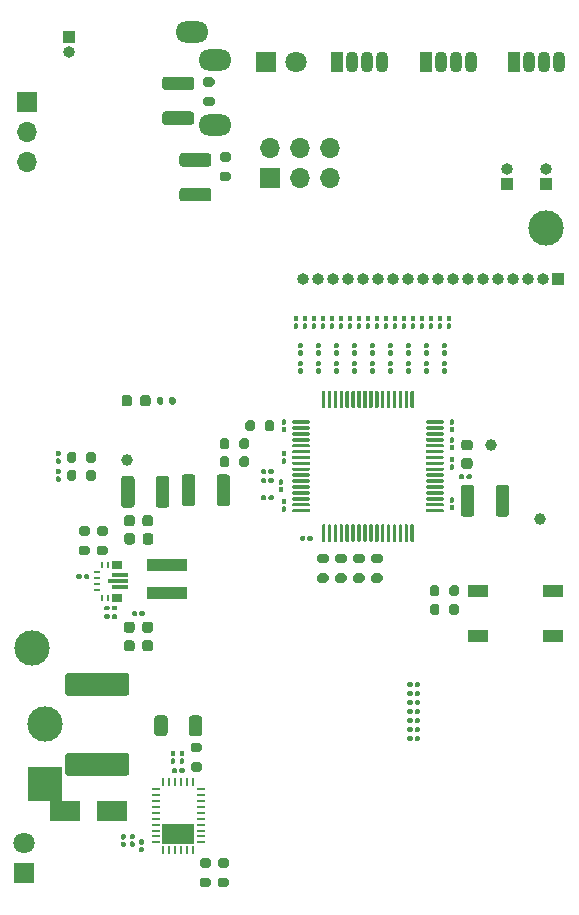
<source format=gbr>
%TF.GenerationSoftware,KiCad,Pcbnew,5.1.10*%
%TF.CreationDate,2021-08-02T16:12:48-04:00*%
%TF.ProjectId,mist-eeg,6d697374-2d65-4656-972e-6b696361645f,1C*%
%TF.SameCoordinates,Original*%
%TF.FileFunction,Soldermask,Bot*%
%TF.FilePolarity,Negative*%
%FSLAX46Y46*%
G04 Gerber Fmt 4.6, Leading zero omitted, Abs format (unit mm)*
G04 Created by KiCad (PCBNEW 5.1.10) date 2021-08-02 16:12:48*
%MOMM*%
%LPD*%
G01*
G04 APERTURE LIST*
%ADD10C,0.100000*%
%ADD11C,3.000000*%
%ADD12R,3.000000X3.000000*%
%ADD13R,0.240000X0.599999*%
%ADD14R,0.850001X0.700001*%
%ADD15R,1.450000X0.349999*%
%ADD16R,1.799999X0.349999*%
%ADD17R,0.599999X0.240000*%
%ADD18O,2.800000X1.800000*%
%ADD19C,1.800000*%
%ADD20R,1.800000X1.800000*%
%ADD21C,1.000000*%
%ADD22O,1.000000X1.000000*%
%ADD23R,1.000000X1.000000*%
%ADD24R,1.700000X1.000000*%
%ADD25O,1.700000X1.700000*%
%ADD26R,1.700000X1.700000*%
%ADD27C,0.212500*%
%ADD28R,2.700000X1.700000*%
%ADD29R,0.250000X0.700000*%
%ADD30R,0.700000X0.250000*%
%ADD31R,3.400000X0.980000*%
%ADD32O,1.070000X1.800000*%
%ADD33R,1.070000X1.800000*%
%ADD34R,2.500000X1.800000*%
G04 APERTURE END LIST*
D10*
%TO.C,U5*%
G36*
X209277699Y-83205500D02*
G01*
X209127700Y-83205500D01*
X209117943Y-83206460D01*
X209108563Y-83209305D01*
X209099920Y-83213928D01*
X209092343Y-83220146D01*
X209086125Y-83227723D01*
X209081505Y-83236366D01*
X209078660Y-83245747D01*
X209077700Y-83255500D01*
X209077700Y-83755499D01*
X209078660Y-83765253D01*
X209081505Y-83774633D01*
X209086125Y-83783277D01*
X209092343Y-83790854D01*
X209099920Y-83797071D01*
X209108563Y-83801694D01*
X209117943Y-83804539D01*
X209127700Y-83805499D01*
X209277699Y-83805499D01*
X209287453Y-83804539D01*
X209296833Y-83801694D01*
X209305477Y-83797071D01*
X209313054Y-83790854D01*
X209319271Y-83783277D01*
X209323892Y-83774633D01*
X209326737Y-83765253D01*
X209327699Y-83755499D01*
X209327699Y-83255500D01*
X209326737Y-83245747D01*
X209323892Y-83236366D01*
X209319271Y-83227723D01*
X209313054Y-83220146D01*
X209305477Y-83213928D01*
X209296833Y-83209305D01*
X209287453Y-83206460D01*
X209277699Y-83205500D01*
G37*
X209277699Y-83205500D02*
X209127700Y-83205500D01*
X209117943Y-83206460D01*
X209108563Y-83209305D01*
X209099920Y-83213928D01*
X209092343Y-83220146D01*
X209086125Y-83227723D01*
X209081505Y-83236366D01*
X209078660Y-83245747D01*
X209077700Y-83255500D01*
X209077700Y-83755499D01*
X209078660Y-83765253D01*
X209081505Y-83774633D01*
X209086125Y-83783277D01*
X209092343Y-83790854D01*
X209099920Y-83797071D01*
X209108563Y-83801694D01*
X209117943Y-83804539D01*
X209127700Y-83805499D01*
X209277699Y-83805499D01*
X209287453Y-83804539D01*
X209296833Y-83801694D01*
X209305477Y-83797071D01*
X209313054Y-83790854D01*
X209319271Y-83783277D01*
X209323892Y-83774633D01*
X209326737Y-83765253D01*
X209327699Y-83755499D01*
X209327699Y-83255500D01*
X209326737Y-83245747D01*
X209323892Y-83236366D01*
X209319271Y-83227723D01*
X209313054Y-83220146D01*
X209305477Y-83213928D01*
X209296833Y-83209305D01*
X209287453Y-83206460D01*
X209277699Y-83205500D01*
G36*
X209777701Y-83205500D02*
G01*
X209627701Y-83205500D01*
X209617948Y-83206460D01*
X209608567Y-83209305D01*
X209599924Y-83213928D01*
X209592347Y-83220146D01*
X209586129Y-83227723D01*
X209581509Y-83236366D01*
X209578664Y-83245747D01*
X209577701Y-83255500D01*
X209577701Y-83755499D01*
X209578664Y-83765253D01*
X209581509Y-83774633D01*
X209586129Y-83783277D01*
X209592347Y-83790854D01*
X209599924Y-83797071D01*
X209608567Y-83801694D01*
X209617948Y-83804539D01*
X209627701Y-83805499D01*
X209777701Y-83805499D01*
X209787457Y-83804539D01*
X209796837Y-83801694D01*
X209805481Y-83797071D01*
X209813058Y-83790854D01*
X209819276Y-83783277D01*
X209823896Y-83774633D01*
X209826741Y-83765253D01*
X209827701Y-83755499D01*
X209827701Y-83255500D01*
X209826741Y-83245747D01*
X209823896Y-83236366D01*
X209819276Y-83227723D01*
X209813058Y-83220146D01*
X209805481Y-83213928D01*
X209796837Y-83209305D01*
X209787457Y-83206460D01*
X209777701Y-83205500D01*
G37*
X209777701Y-83205500D02*
X209627701Y-83205500D01*
X209617948Y-83206460D01*
X209608567Y-83209305D01*
X209599924Y-83213928D01*
X209592347Y-83220146D01*
X209586129Y-83227723D01*
X209581509Y-83236366D01*
X209578664Y-83245747D01*
X209577701Y-83255500D01*
X209577701Y-83755499D01*
X209578664Y-83765253D01*
X209581509Y-83774633D01*
X209586129Y-83783277D01*
X209592347Y-83790854D01*
X209599924Y-83797071D01*
X209608567Y-83801694D01*
X209617948Y-83804539D01*
X209627701Y-83805499D01*
X209777701Y-83805499D01*
X209787457Y-83804539D01*
X209796837Y-83801694D01*
X209805481Y-83797071D01*
X209813058Y-83790854D01*
X209819276Y-83783277D01*
X209823896Y-83774633D01*
X209826741Y-83765253D01*
X209827701Y-83755499D01*
X209827701Y-83255500D01*
X209826741Y-83245747D01*
X209823896Y-83236366D01*
X209819276Y-83227723D01*
X209813058Y-83220146D01*
X209805481Y-83213928D01*
X209796837Y-83209305D01*
X209787457Y-83206460D01*
X209777701Y-83205500D01*
G36*
X209077700Y-83255500D02*
G01*
X209077700Y-83405500D01*
X209078660Y-83415254D01*
X209081505Y-83424634D01*
X209086127Y-83433277D01*
X209092345Y-83440854D01*
X209099922Y-83447072D01*
X209108566Y-83451692D01*
X209117946Y-83454537D01*
X209127700Y-83455500D01*
X209777701Y-83455500D01*
X209787454Y-83454537D01*
X209796835Y-83451692D01*
X209805478Y-83447072D01*
X209813055Y-83440854D01*
X209819273Y-83433277D01*
X209823896Y-83424634D01*
X209826741Y-83415254D01*
X209827701Y-83405500D01*
X209827701Y-83255500D01*
X209826741Y-83245744D01*
X209823896Y-83236364D01*
X209819273Y-83227720D01*
X209813055Y-83220143D01*
X209805478Y-83213926D01*
X209796835Y-83209305D01*
X209787454Y-83206460D01*
X209777701Y-83205500D01*
X209127700Y-83205500D01*
X209117946Y-83206460D01*
X209108566Y-83209305D01*
X209099922Y-83213926D01*
X209092345Y-83220143D01*
X209086127Y-83227720D01*
X209081505Y-83236364D01*
X209078660Y-83245744D01*
X209077700Y-83255500D01*
G37*
X209077700Y-83255500D02*
X209077700Y-83405500D01*
X209078660Y-83415254D01*
X209081505Y-83424634D01*
X209086127Y-83433277D01*
X209092345Y-83440854D01*
X209099922Y-83447072D01*
X209108566Y-83451692D01*
X209117946Y-83454537D01*
X209127700Y-83455500D01*
X209777701Y-83455500D01*
X209787454Y-83454537D01*
X209796835Y-83451692D01*
X209805478Y-83447072D01*
X209813055Y-83440854D01*
X209819273Y-83433277D01*
X209823896Y-83424634D01*
X209826741Y-83415254D01*
X209827701Y-83405500D01*
X209827701Y-83255500D01*
X209826741Y-83245744D01*
X209823896Y-83236364D01*
X209819273Y-83227720D01*
X209813055Y-83220143D01*
X209805478Y-83213926D01*
X209796835Y-83209305D01*
X209787454Y-83206460D01*
X209777701Y-83205500D01*
X209127700Y-83205500D01*
X209117946Y-83206460D01*
X209108566Y-83209305D01*
X209099922Y-83213926D01*
X209092345Y-83220143D01*
X209086127Y-83227720D01*
X209081505Y-83236364D01*
X209078660Y-83245744D01*
X209077700Y-83255500D01*
G36*
X209077700Y-80805500D02*
G01*
X209077700Y-80955500D01*
X209078660Y-80965256D01*
X209081505Y-80974636D01*
X209086127Y-80983280D01*
X209092345Y-80990857D01*
X209099922Y-80997074D01*
X209108566Y-81001695D01*
X209117946Y-81004540D01*
X209127700Y-81005500D01*
X209777701Y-81005500D01*
X209787454Y-81004540D01*
X209796835Y-81001695D01*
X209805478Y-80997074D01*
X209813055Y-80990857D01*
X209819273Y-80983280D01*
X209823896Y-80974636D01*
X209826741Y-80965256D01*
X209827701Y-80955500D01*
X209827701Y-80805500D01*
X209826741Y-80795746D01*
X209823896Y-80786366D01*
X209819273Y-80777723D01*
X209813055Y-80770146D01*
X209805478Y-80763928D01*
X209796835Y-80759308D01*
X209787454Y-80756463D01*
X209777701Y-80755500D01*
X209127700Y-80755500D01*
X209117946Y-80756463D01*
X209108566Y-80759308D01*
X209099922Y-80763928D01*
X209092345Y-80770146D01*
X209086127Y-80777723D01*
X209081505Y-80786366D01*
X209078660Y-80795746D01*
X209077700Y-80805500D01*
G37*
X209077700Y-80805500D02*
X209077700Y-80955500D01*
X209078660Y-80965256D01*
X209081505Y-80974636D01*
X209086127Y-80983280D01*
X209092345Y-80990857D01*
X209099922Y-80997074D01*
X209108566Y-81001695D01*
X209117946Y-81004540D01*
X209127700Y-81005500D01*
X209777701Y-81005500D01*
X209787454Y-81004540D01*
X209796835Y-81001695D01*
X209805478Y-80997074D01*
X209813055Y-80990857D01*
X209819273Y-80983280D01*
X209823896Y-80974636D01*
X209826741Y-80965256D01*
X209827701Y-80955500D01*
X209827701Y-80805500D01*
X209826741Y-80795746D01*
X209823896Y-80786366D01*
X209819273Y-80777723D01*
X209813055Y-80770146D01*
X209805478Y-80763928D01*
X209796835Y-80759308D01*
X209787454Y-80756463D01*
X209777701Y-80755500D01*
X209127700Y-80755500D01*
X209117946Y-80756463D01*
X209108566Y-80759308D01*
X209099922Y-80763928D01*
X209092345Y-80770146D01*
X209086127Y-80777723D01*
X209081505Y-80786366D01*
X209078660Y-80795746D01*
X209077700Y-80805500D01*
G36*
X209627701Y-81005500D02*
G01*
X209777701Y-81005500D01*
X209787457Y-81004540D01*
X209796837Y-81001695D01*
X209805481Y-80997072D01*
X209813058Y-80990854D01*
X209819276Y-80983277D01*
X209823896Y-80974634D01*
X209826741Y-80965253D01*
X209827701Y-80955500D01*
X209827701Y-80455501D01*
X209826741Y-80445747D01*
X209823896Y-80436367D01*
X209819276Y-80427723D01*
X209813058Y-80420146D01*
X209805481Y-80413929D01*
X209796837Y-80409306D01*
X209787457Y-80406461D01*
X209777701Y-80405501D01*
X209627701Y-80405501D01*
X209617948Y-80406461D01*
X209608567Y-80409306D01*
X209599924Y-80413929D01*
X209592347Y-80420146D01*
X209586129Y-80427723D01*
X209581509Y-80436367D01*
X209578664Y-80445747D01*
X209577701Y-80455501D01*
X209577701Y-80955500D01*
X209578664Y-80965253D01*
X209581509Y-80974634D01*
X209586129Y-80983277D01*
X209592347Y-80990854D01*
X209599924Y-80997072D01*
X209608567Y-81001695D01*
X209617948Y-81004540D01*
X209627701Y-81005500D01*
G37*
X209627701Y-81005500D02*
X209777701Y-81005500D01*
X209787457Y-81004540D01*
X209796837Y-81001695D01*
X209805481Y-80997072D01*
X209813058Y-80990854D01*
X209819276Y-80983277D01*
X209823896Y-80974634D01*
X209826741Y-80965253D01*
X209827701Y-80955500D01*
X209827701Y-80455501D01*
X209826741Y-80445747D01*
X209823896Y-80436367D01*
X209819276Y-80427723D01*
X209813058Y-80420146D01*
X209805481Y-80413929D01*
X209796837Y-80409306D01*
X209787457Y-80406461D01*
X209777701Y-80405501D01*
X209627701Y-80405501D01*
X209617948Y-80406461D01*
X209608567Y-80409306D01*
X209599924Y-80413929D01*
X209592347Y-80420146D01*
X209586129Y-80427723D01*
X209581509Y-80436367D01*
X209578664Y-80445747D01*
X209577701Y-80455501D01*
X209577701Y-80955500D01*
X209578664Y-80965253D01*
X209581509Y-80974634D01*
X209586129Y-80983277D01*
X209592347Y-80990854D01*
X209599924Y-80997072D01*
X209608567Y-81001695D01*
X209617948Y-81004540D01*
X209627701Y-81005500D01*
G36*
X209127700Y-81005500D02*
G01*
X209277699Y-81005500D01*
X209287453Y-81004540D01*
X209296833Y-81001695D01*
X209305477Y-80997072D01*
X209313054Y-80990854D01*
X209319271Y-80983277D01*
X209323892Y-80974634D01*
X209326737Y-80965253D01*
X209327699Y-80955500D01*
X209327699Y-80455501D01*
X209326737Y-80445747D01*
X209323892Y-80436367D01*
X209319271Y-80427723D01*
X209313054Y-80420146D01*
X209305477Y-80413929D01*
X209296833Y-80409306D01*
X209287453Y-80406461D01*
X209277699Y-80405501D01*
X209127700Y-80405501D01*
X209117943Y-80406461D01*
X209108563Y-80409306D01*
X209099920Y-80413929D01*
X209092343Y-80420146D01*
X209086125Y-80427723D01*
X209081505Y-80436367D01*
X209078660Y-80445747D01*
X209077700Y-80455501D01*
X209077700Y-80955500D01*
X209078660Y-80965253D01*
X209081505Y-80974634D01*
X209086125Y-80983277D01*
X209092343Y-80990854D01*
X209099920Y-80997072D01*
X209108563Y-81001695D01*
X209117943Y-81004540D01*
X209127700Y-81005500D01*
G37*
X209127700Y-81005500D02*
X209277699Y-81005500D01*
X209287453Y-81004540D01*
X209296833Y-81001695D01*
X209305477Y-80997072D01*
X209313054Y-80990854D01*
X209319271Y-80983277D01*
X209323892Y-80974634D01*
X209326737Y-80965253D01*
X209327699Y-80955500D01*
X209327699Y-80455501D01*
X209326737Y-80445747D01*
X209323892Y-80436367D01*
X209319271Y-80427723D01*
X209313054Y-80420146D01*
X209305477Y-80413929D01*
X209296833Y-80409306D01*
X209287453Y-80406461D01*
X209277699Y-80405501D01*
X209127700Y-80405501D01*
X209117943Y-80406461D01*
X209108563Y-80409306D01*
X209099920Y-80413929D01*
X209092343Y-80420146D01*
X209086125Y-80427723D01*
X209081505Y-80436367D01*
X209078660Y-80445747D01*
X209077700Y-80455501D01*
X209077700Y-80955500D01*
X209078660Y-80965253D01*
X209081505Y-80974634D01*
X209086125Y-80983277D01*
X209092343Y-80990854D01*
X209099920Y-80997072D01*
X209108563Y-81001695D01*
X209117943Y-81004540D01*
X209127700Y-81005500D01*
%TD*%
D11*
%TO.C,J1*%
X203327000Y-94170500D03*
D12*
X203327000Y-99250500D03*
%TD*%
%TO.C,F1*%
G36*
G01*
X210247001Y-98584000D02*
X205296999Y-98584000D01*
G75*
G02*
X205047000Y-98334001I0J249999D01*
G01*
X205047000Y-96908999D01*
G75*
G02*
X205296999Y-96659000I249999J0D01*
G01*
X210247001Y-96659000D01*
G75*
G02*
X210497000Y-96908999I0J-249999D01*
G01*
X210497000Y-98334001D01*
G75*
G02*
X210247001Y-98584000I-249999J0D01*
G01*
G37*
G36*
G01*
X210247001Y-91809000D02*
X205296999Y-91809000D01*
G75*
G02*
X205047000Y-91559001I0J249999D01*
G01*
X205047000Y-90133999D01*
G75*
G02*
X205296999Y-89884000I249999J0D01*
G01*
X210247001Y-89884000D01*
G75*
G02*
X210497000Y-90133999I0J-249999D01*
G01*
X210497000Y-91559001D01*
G75*
G02*
X210247001Y-91809000I-249999J0D01*
G01*
G37*
%TD*%
%TO.C,C20*%
G36*
G01*
X212736000Y-75649001D02*
X212736000Y-73448999D01*
G75*
G02*
X212985999Y-73199000I249999J0D01*
G01*
X213636001Y-73199000D01*
G75*
G02*
X213886000Y-73448999I0J-249999D01*
G01*
X213886000Y-75649001D01*
G75*
G02*
X213636001Y-75899000I-249999J0D01*
G01*
X212985999Y-75899000D01*
G75*
G02*
X212736000Y-75649001I0J249999D01*
G01*
G37*
G36*
G01*
X209786000Y-75649001D02*
X209786000Y-73448999D01*
G75*
G02*
X210035999Y-73199000I249999J0D01*
G01*
X210686001Y-73199000D01*
G75*
G02*
X210936000Y-73448999I0J-249999D01*
G01*
X210936000Y-75649001D01*
G75*
G02*
X210686001Y-75899000I-249999J0D01*
G01*
X210035999Y-75899000D01*
G75*
G02*
X209786000Y-75649001I0J249999D01*
G01*
G37*
%TD*%
%TO.C,C65*%
G36*
G01*
X239701500Y-74210999D02*
X239701500Y-76411001D01*
G75*
G02*
X239451501Y-76661000I-249999J0D01*
G01*
X238801499Y-76661000D01*
G75*
G02*
X238551500Y-76411001I0J249999D01*
G01*
X238551500Y-74210999D01*
G75*
G02*
X238801499Y-73961000I249999J0D01*
G01*
X239451501Y-73961000D01*
G75*
G02*
X239701500Y-74210999I0J-249999D01*
G01*
G37*
G36*
G01*
X242651500Y-74210999D02*
X242651500Y-76411001D01*
G75*
G02*
X242401501Y-76661000I-249999J0D01*
G01*
X241751499Y-76661000D01*
G75*
G02*
X241501500Y-76411001I0J249999D01*
G01*
X241501500Y-74210999D01*
G75*
G02*
X241751499Y-73961000I249999J0D01*
G01*
X242401501Y-73961000D01*
G75*
G02*
X242651500Y-74210999I0J-249999D01*
G01*
G37*
%TD*%
%TO.C,C58*%
G36*
G01*
X216079500Y-73321999D02*
X216079500Y-75522001D01*
G75*
G02*
X215829501Y-75772000I-249999J0D01*
G01*
X215179499Y-75772000D01*
G75*
G02*
X214929500Y-75522001I0J249999D01*
G01*
X214929500Y-73321999D01*
G75*
G02*
X215179499Y-73072000I249999J0D01*
G01*
X215829501Y-73072000D01*
G75*
G02*
X216079500Y-73321999I0J-249999D01*
G01*
G37*
G36*
G01*
X219029500Y-73321999D02*
X219029500Y-75522001D01*
G75*
G02*
X218779501Y-75772000I-249999J0D01*
G01*
X218129499Y-75772000D01*
G75*
G02*
X217879500Y-75522001I0J249999D01*
G01*
X217879500Y-73321999D01*
G75*
G02*
X218129499Y-73072000I249999J0D01*
G01*
X218779501Y-73072000D01*
G75*
G02*
X219029500Y-73321999I0J-249999D01*
G01*
G37*
%TD*%
%TO.C,C45*%
G36*
G01*
X217190501Y-47017100D02*
X214990499Y-47017100D01*
G75*
G02*
X214740500Y-46767101I0J249999D01*
G01*
X214740500Y-46117099D01*
G75*
G02*
X214990499Y-45867100I249999J0D01*
G01*
X217190501Y-45867100D01*
G75*
G02*
X217440500Y-46117099I0J-249999D01*
G01*
X217440500Y-46767101D01*
G75*
G02*
X217190501Y-47017100I-249999J0D01*
G01*
G37*
G36*
G01*
X217190501Y-49967100D02*
X214990499Y-49967100D01*
G75*
G02*
X214740500Y-49717101I0J249999D01*
G01*
X214740500Y-49067099D01*
G75*
G02*
X214990499Y-48817100I249999J0D01*
G01*
X217190501Y-48817100D01*
G75*
G02*
X217440500Y-49067099I0J-249999D01*
G01*
X217440500Y-49717101D01*
G75*
G02*
X217190501Y-49967100I-249999J0D01*
G01*
G37*
%TD*%
%TO.C,C44*%
G36*
G01*
X215730001Y-40540100D02*
X213529999Y-40540100D01*
G75*
G02*
X213280000Y-40290101I0J249999D01*
G01*
X213280000Y-39640099D01*
G75*
G02*
X213529999Y-39390100I249999J0D01*
G01*
X215730001Y-39390100D01*
G75*
G02*
X215980000Y-39640099I0J-249999D01*
G01*
X215980000Y-40290101D01*
G75*
G02*
X215730001Y-40540100I-249999J0D01*
G01*
G37*
G36*
G01*
X215730001Y-43490100D02*
X213529999Y-43490100D01*
G75*
G02*
X213280000Y-43240101I0J249999D01*
G01*
X213280000Y-42590099D01*
G75*
G02*
X213529999Y-42340100I249999J0D01*
G01*
X215730001Y-42340100D01*
G75*
G02*
X215980000Y-42590099I0J-249999D01*
G01*
X215980000Y-43240101D01*
G75*
G02*
X215730001Y-43490100I-249999J0D01*
G01*
G37*
%TD*%
D13*
%TO.C,U5*%
X208202700Y-83505500D03*
X208702699Y-83505500D03*
D14*
X209452700Y-83505500D03*
X209452700Y-83505500D03*
D15*
X209702700Y-82605499D03*
D16*
X209527699Y-82105500D03*
D15*
X209702700Y-81605501D03*
D14*
X209452700Y-80705500D03*
X209452700Y-80705500D03*
D13*
X208702699Y-80705500D03*
X208202700Y-80705500D03*
D17*
X207777700Y-81355502D03*
X207777700Y-81855500D03*
X207777700Y-82355502D03*
X207777700Y-82855501D03*
%TD*%
%TO.C,R9*%
G36*
G01*
X209005000Y-84491500D02*
X209005000Y-84291500D01*
G75*
G02*
X209105000Y-84191500I100000J0D01*
G01*
X209365000Y-84191500D01*
G75*
G02*
X209465000Y-84291500I0J-100000D01*
G01*
X209465000Y-84491500D01*
G75*
G02*
X209365000Y-84591500I-100000J0D01*
G01*
X209105000Y-84591500D01*
G75*
G02*
X209005000Y-84491500I0J100000D01*
G01*
G37*
G36*
G01*
X208365000Y-84491500D02*
X208365000Y-84291500D01*
G75*
G02*
X208465000Y-84191500I100000J0D01*
G01*
X208725000Y-84191500D01*
G75*
G02*
X208825000Y-84291500I0J-100000D01*
G01*
X208825000Y-84491500D01*
G75*
G02*
X208725000Y-84591500I-100000J0D01*
G01*
X208465000Y-84591500D01*
G75*
G02*
X208365000Y-84491500I0J100000D01*
G01*
G37*
%TD*%
%TO.C,R8*%
G36*
G01*
X213730000Y-93735998D02*
X213730000Y-94986002D01*
G75*
G02*
X213480002Y-95236000I-249998J0D01*
G01*
X212854998Y-95236000D01*
G75*
G02*
X212605000Y-94986002I0J249998D01*
G01*
X212605000Y-93735998D01*
G75*
G02*
X212854998Y-93486000I249998J0D01*
G01*
X213480002Y-93486000D01*
G75*
G02*
X213730000Y-93735998I0J-249998D01*
G01*
G37*
G36*
G01*
X216655000Y-93735998D02*
X216655000Y-94986002D01*
G75*
G02*
X216405002Y-95236000I-249998J0D01*
G01*
X215779998Y-95236000D01*
G75*
G02*
X215530000Y-94986002I0J249998D01*
G01*
X215530000Y-93735998D01*
G75*
G02*
X215779998Y-93486000I249998J0D01*
G01*
X216405002Y-93486000D01*
G75*
G02*
X216655000Y-93735998I0J-249998D01*
G01*
G37*
%TD*%
D18*
%TO.C,J3*%
X217773000Y-43523500D03*
X217773000Y-38023500D03*
X215773000Y-35623500D03*
%TD*%
%TO.C,C19*%
G36*
G01*
X211602200Y-77250100D02*
X211602200Y-76750100D01*
G75*
G02*
X211827200Y-76525100I225000J0D01*
G01*
X212277200Y-76525100D01*
G75*
G02*
X212502200Y-76750100I0J-225000D01*
G01*
X212502200Y-77250100D01*
G75*
G02*
X212277200Y-77475100I-225000J0D01*
G01*
X211827200Y-77475100D01*
G75*
G02*
X211602200Y-77250100I0J225000D01*
G01*
G37*
G36*
G01*
X210052200Y-77250100D02*
X210052200Y-76750100D01*
G75*
G02*
X210277200Y-76525100I225000J0D01*
G01*
X210727200Y-76525100D01*
G75*
G02*
X210952200Y-76750100I0J-225000D01*
G01*
X210952200Y-77250100D01*
G75*
G02*
X210727200Y-77475100I-225000J0D01*
G01*
X210277200Y-77475100D01*
G75*
G02*
X210052200Y-77250100I0J225000D01*
G01*
G37*
%TD*%
D11*
%TO.C,H2*%
X245750000Y-52250000D03*
%TD*%
%TO.C,H1*%
X202250000Y-87750000D03*
%TD*%
D19*
%TO.C,D2*%
X201612500Y-104267000D03*
D20*
X201612500Y-106807000D03*
%TD*%
%TO.C,D15*%
G36*
G01*
X234659000Y-95540500D02*
X234659000Y-95340500D01*
G75*
G02*
X234759000Y-95240500I100000J0D01*
G01*
X235019000Y-95240500D01*
G75*
G02*
X235119000Y-95340500I0J-100000D01*
G01*
X235119000Y-95540500D01*
G75*
G02*
X235019000Y-95640500I-100000J0D01*
G01*
X234759000Y-95640500D01*
G75*
G02*
X234659000Y-95540500I0J100000D01*
G01*
G37*
G36*
G01*
X234019000Y-95540500D02*
X234019000Y-95340500D01*
G75*
G02*
X234119000Y-95240500I100000J0D01*
G01*
X234379000Y-95240500D01*
G75*
G02*
X234479000Y-95340500I0J-100000D01*
G01*
X234479000Y-95540500D01*
G75*
G02*
X234379000Y-95640500I-100000J0D01*
G01*
X234119000Y-95640500D01*
G75*
G02*
X234019000Y-95540500I0J100000D01*
G01*
G37*
%TD*%
%TO.C,D14*%
G36*
G01*
X234659000Y-94778500D02*
X234659000Y-94578500D01*
G75*
G02*
X234759000Y-94478500I100000J0D01*
G01*
X235019000Y-94478500D01*
G75*
G02*
X235119000Y-94578500I0J-100000D01*
G01*
X235119000Y-94778500D01*
G75*
G02*
X235019000Y-94878500I-100000J0D01*
G01*
X234759000Y-94878500D01*
G75*
G02*
X234659000Y-94778500I0J100000D01*
G01*
G37*
G36*
G01*
X234019000Y-94778500D02*
X234019000Y-94578500D01*
G75*
G02*
X234119000Y-94478500I100000J0D01*
G01*
X234379000Y-94478500D01*
G75*
G02*
X234479000Y-94578500I0J-100000D01*
G01*
X234479000Y-94778500D01*
G75*
G02*
X234379000Y-94878500I-100000J0D01*
G01*
X234119000Y-94878500D01*
G75*
G02*
X234019000Y-94778500I0J100000D01*
G01*
G37*
%TD*%
%TO.C,D13*%
G36*
G01*
X234659000Y-90968500D02*
X234659000Y-90768500D01*
G75*
G02*
X234759000Y-90668500I100000J0D01*
G01*
X235019000Y-90668500D01*
G75*
G02*
X235119000Y-90768500I0J-100000D01*
G01*
X235119000Y-90968500D01*
G75*
G02*
X235019000Y-91068500I-100000J0D01*
G01*
X234759000Y-91068500D01*
G75*
G02*
X234659000Y-90968500I0J100000D01*
G01*
G37*
G36*
G01*
X234019000Y-90968500D02*
X234019000Y-90768500D01*
G75*
G02*
X234119000Y-90668500I100000J0D01*
G01*
X234379000Y-90668500D01*
G75*
G02*
X234479000Y-90768500I0J-100000D01*
G01*
X234479000Y-90968500D01*
G75*
G02*
X234379000Y-91068500I-100000J0D01*
G01*
X234119000Y-91068500D01*
G75*
G02*
X234019000Y-90968500I0J100000D01*
G01*
G37*
%TD*%
%TO.C,D12*%
G36*
G01*
X234659000Y-94016500D02*
X234659000Y-93816500D01*
G75*
G02*
X234759000Y-93716500I100000J0D01*
G01*
X235019000Y-93716500D01*
G75*
G02*
X235119000Y-93816500I0J-100000D01*
G01*
X235119000Y-94016500D01*
G75*
G02*
X235019000Y-94116500I-100000J0D01*
G01*
X234759000Y-94116500D01*
G75*
G02*
X234659000Y-94016500I0J100000D01*
G01*
G37*
G36*
G01*
X234019000Y-94016500D02*
X234019000Y-93816500D01*
G75*
G02*
X234119000Y-93716500I100000J0D01*
G01*
X234379000Y-93716500D01*
G75*
G02*
X234479000Y-93816500I0J-100000D01*
G01*
X234479000Y-94016500D01*
G75*
G02*
X234379000Y-94116500I-100000J0D01*
G01*
X234119000Y-94116500D01*
G75*
G02*
X234019000Y-94016500I0J100000D01*
G01*
G37*
%TD*%
%TO.C,D11*%
G36*
G01*
X234659000Y-93254500D02*
X234659000Y-93054500D01*
G75*
G02*
X234759000Y-92954500I100000J0D01*
G01*
X235019000Y-92954500D01*
G75*
G02*
X235119000Y-93054500I0J-100000D01*
G01*
X235119000Y-93254500D01*
G75*
G02*
X235019000Y-93354500I-100000J0D01*
G01*
X234759000Y-93354500D01*
G75*
G02*
X234659000Y-93254500I0J100000D01*
G01*
G37*
G36*
G01*
X234019000Y-93254500D02*
X234019000Y-93054500D01*
G75*
G02*
X234119000Y-92954500I100000J0D01*
G01*
X234379000Y-92954500D01*
G75*
G02*
X234479000Y-93054500I0J-100000D01*
G01*
X234479000Y-93254500D01*
G75*
G02*
X234379000Y-93354500I-100000J0D01*
G01*
X234119000Y-93354500D01*
G75*
G02*
X234019000Y-93254500I0J100000D01*
G01*
G37*
%TD*%
%TO.C,D10*%
G36*
G01*
X234661500Y-92492500D02*
X234661500Y-92292500D01*
G75*
G02*
X234761500Y-92192500I100000J0D01*
G01*
X235021500Y-92192500D01*
G75*
G02*
X235121500Y-92292500I0J-100000D01*
G01*
X235121500Y-92492500D01*
G75*
G02*
X235021500Y-92592500I-100000J0D01*
G01*
X234761500Y-92592500D01*
G75*
G02*
X234661500Y-92492500I0J100000D01*
G01*
G37*
G36*
G01*
X234021500Y-92492500D02*
X234021500Y-92292500D01*
G75*
G02*
X234121500Y-92192500I100000J0D01*
G01*
X234381500Y-92192500D01*
G75*
G02*
X234481500Y-92292500I0J-100000D01*
G01*
X234481500Y-92492500D01*
G75*
G02*
X234381500Y-92592500I-100000J0D01*
G01*
X234121500Y-92592500D01*
G75*
G02*
X234021500Y-92492500I0J100000D01*
G01*
G37*
%TD*%
%TO.C,D9*%
G36*
G01*
X234659000Y-91730500D02*
X234659000Y-91530500D01*
G75*
G02*
X234759000Y-91430500I100000J0D01*
G01*
X235019000Y-91430500D01*
G75*
G02*
X235119000Y-91530500I0J-100000D01*
G01*
X235119000Y-91730500D01*
G75*
G02*
X235019000Y-91830500I-100000J0D01*
G01*
X234759000Y-91830500D01*
G75*
G02*
X234659000Y-91730500I0J100000D01*
G01*
G37*
G36*
G01*
X234019000Y-91730500D02*
X234019000Y-91530500D01*
G75*
G02*
X234119000Y-91430500I100000J0D01*
G01*
X234379000Y-91430500D01*
G75*
G02*
X234479000Y-91530500I0J-100000D01*
G01*
X234479000Y-91730500D01*
G75*
G02*
X234379000Y-91830500I-100000J0D01*
G01*
X234119000Y-91830500D01*
G75*
G02*
X234019000Y-91730500I0J100000D01*
G01*
G37*
%TD*%
D21*
%TO.C,TP11*%
X245237000Y-76835000D03*
%TD*%
D22*
%TO.C,SW5*%
X245745000Y-47244000D03*
D23*
X245745000Y-48514000D03*
%TD*%
D24*
%TO.C,SW4*%
X246355000Y-82936000D03*
X240055000Y-82936000D03*
X246355000Y-86736000D03*
X240055000Y-86736000D03*
%TD*%
%TO.C,R115*%
G36*
G01*
X204370000Y-71718000D02*
X204570000Y-71718000D01*
G75*
G02*
X204670000Y-71818000I0J-100000D01*
G01*
X204670000Y-72078000D01*
G75*
G02*
X204570000Y-72178000I-100000J0D01*
G01*
X204370000Y-72178000D01*
G75*
G02*
X204270000Y-72078000I0J100000D01*
G01*
X204270000Y-71818000D01*
G75*
G02*
X204370000Y-71718000I100000J0D01*
G01*
G37*
G36*
G01*
X204370000Y-71078000D02*
X204570000Y-71078000D01*
G75*
G02*
X204670000Y-71178000I0J-100000D01*
G01*
X204670000Y-71438000D01*
G75*
G02*
X204570000Y-71538000I-100000J0D01*
G01*
X204370000Y-71538000D01*
G75*
G02*
X204270000Y-71438000I0J100000D01*
G01*
X204270000Y-71178000D01*
G75*
G02*
X204370000Y-71078000I100000J0D01*
G01*
G37*
%TD*%
%TO.C,R114*%
G36*
G01*
X206863500Y-71903000D02*
X206863500Y-71353000D01*
G75*
G02*
X207063500Y-71153000I200000J0D01*
G01*
X207463500Y-71153000D01*
G75*
G02*
X207663500Y-71353000I0J-200000D01*
G01*
X207663500Y-71903000D01*
G75*
G02*
X207463500Y-72103000I-200000J0D01*
G01*
X207063500Y-72103000D01*
G75*
G02*
X206863500Y-71903000I0J200000D01*
G01*
G37*
G36*
G01*
X205213500Y-71903000D02*
X205213500Y-71353000D01*
G75*
G02*
X205413500Y-71153000I200000J0D01*
G01*
X205813500Y-71153000D01*
G75*
G02*
X206013500Y-71353000I0J-200000D01*
G01*
X206013500Y-71903000D01*
G75*
G02*
X205813500Y-72103000I-200000J0D01*
G01*
X205413500Y-72103000D01*
G75*
G02*
X205213500Y-71903000I0J200000D01*
G01*
G37*
%TD*%
%TO.C,R113*%
G36*
G01*
X204570000Y-73062000D02*
X204370000Y-73062000D01*
G75*
G02*
X204270000Y-72962000I0J100000D01*
G01*
X204270000Y-72702000D01*
G75*
G02*
X204370000Y-72602000I100000J0D01*
G01*
X204570000Y-72602000D01*
G75*
G02*
X204670000Y-72702000I0J-100000D01*
G01*
X204670000Y-72962000D01*
G75*
G02*
X204570000Y-73062000I-100000J0D01*
G01*
G37*
G36*
G01*
X204570000Y-73702000D02*
X204370000Y-73702000D01*
G75*
G02*
X204270000Y-73602000I0J100000D01*
G01*
X204270000Y-73342000D01*
G75*
G02*
X204370000Y-73242000I100000J0D01*
G01*
X204570000Y-73242000D01*
G75*
G02*
X204670000Y-73342000I0J-100000D01*
G01*
X204670000Y-73602000D01*
G75*
G02*
X204570000Y-73702000I-100000J0D01*
G01*
G37*
%TD*%
%TO.C,R112*%
G36*
G01*
X206863000Y-73427000D02*
X206863000Y-72877000D01*
G75*
G02*
X207063000Y-72677000I200000J0D01*
G01*
X207463000Y-72677000D01*
G75*
G02*
X207663000Y-72877000I0J-200000D01*
G01*
X207663000Y-73427000D01*
G75*
G02*
X207463000Y-73627000I-200000J0D01*
G01*
X207063000Y-73627000D01*
G75*
G02*
X206863000Y-73427000I0J200000D01*
G01*
G37*
G36*
G01*
X205213000Y-73427000D02*
X205213000Y-72877000D01*
G75*
G02*
X205413000Y-72677000I200000J0D01*
G01*
X205813000Y-72677000D01*
G75*
G02*
X206013000Y-72877000I0J-200000D01*
G01*
X206013000Y-73427000D01*
G75*
G02*
X205813000Y-73627000I-200000J0D01*
G01*
X205413000Y-73627000D01*
G75*
G02*
X205213000Y-73427000I0J200000D01*
G01*
G37*
%TD*%
%TO.C,R111*%
G36*
G01*
X237597500Y-84793500D02*
X237597500Y-84243500D01*
G75*
G02*
X237797500Y-84043500I200000J0D01*
G01*
X238197500Y-84043500D01*
G75*
G02*
X238397500Y-84243500I0J-200000D01*
G01*
X238397500Y-84793500D01*
G75*
G02*
X238197500Y-84993500I-200000J0D01*
G01*
X237797500Y-84993500D01*
G75*
G02*
X237597500Y-84793500I0J200000D01*
G01*
G37*
G36*
G01*
X235947500Y-84793500D02*
X235947500Y-84243500D01*
G75*
G02*
X236147500Y-84043500I200000J0D01*
G01*
X236547500Y-84043500D01*
G75*
G02*
X236747500Y-84243500I0J-200000D01*
G01*
X236747500Y-84793500D01*
G75*
G02*
X236547500Y-84993500I-200000J0D01*
G01*
X236147500Y-84993500D01*
G75*
G02*
X235947500Y-84793500I0J200000D01*
G01*
G37*
%TD*%
%TO.C,R110*%
G36*
G01*
X237597500Y-83206000D02*
X237597500Y-82656000D01*
G75*
G02*
X237797500Y-82456000I200000J0D01*
G01*
X238197500Y-82456000D01*
G75*
G02*
X238397500Y-82656000I0J-200000D01*
G01*
X238397500Y-83206000D01*
G75*
G02*
X238197500Y-83406000I-200000J0D01*
G01*
X237797500Y-83406000D01*
G75*
G02*
X237597500Y-83206000I0J200000D01*
G01*
G37*
G36*
G01*
X235947500Y-83206000D02*
X235947500Y-82656000D01*
G75*
G02*
X236147500Y-82456000I200000J0D01*
G01*
X236547500Y-82456000D01*
G75*
G02*
X236747500Y-82656000I0J-200000D01*
G01*
X236747500Y-83206000D01*
G75*
G02*
X236547500Y-83406000I-200000J0D01*
G01*
X236147500Y-83406000D01*
G75*
G02*
X235947500Y-83206000I0J200000D01*
G01*
G37*
%TD*%
D25*
%TO.C,J7*%
X227457000Y-45466000D03*
X227457000Y-48006000D03*
X224917000Y-45466000D03*
X224917000Y-48006000D03*
X222377000Y-45466000D03*
D26*
X222377000Y-48006000D03*
%TD*%
D25*
%TO.C,J6*%
X201866500Y-46609000D03*
X201866500Y-44069000D03*
D26*
X201866500Y-41529000D03*
%TD*%
D22*
%TO.C,SW2*%
X205359000Y-37338000D03*
D23*
X205359000Y-36068000D03*
%TD*%
%TO.C,R64*%
G36*
G01*
X222096500Y-74957000D02*
X222096500Y-75157000D01*
G75*
G02*
X221996500Y-75257000I-100000J0D01*
G01*
X221736500Y-75257000D01*
G75*
G02*
X221636500Y-75157000I0J100000D01*
G01*
X221636500Y-74957000D01*
G75*
G02*
X221736500Y-74857000I100000J0D01*
G01*
X221996500Y-74857000D01*
G75*
G02*
X222096500Y-74957000I0J-100000D01*
G01*
G37*
G36*
G01*
X222736500Y-74957000D02*
X222736500Y-75157000D01*
G75*
G02*
X222636500Y-75257000I-100000J0D01*
G01*
X222376500Y-75257000D01*
G75*
G02*
X222276500Y-75157000I0J100000D01*
G01*
X222276500Y-74957000D01*
G75*
G02*
X222376500Y-74857000I100000J0D01*
G01*
X222636500Y-74857000D01*
G75*
G02*
X222736500Y-74957000I0J-100000D01*
G01*
G37*
%TD*%
D27*
%TO.C,U1*%
X213617500Y-104118500D03*
X213617500Y-103693500D03*
X213617500Y-103268500D03*
X213617500Y-102843500D03*
X214292500Y-104118500D03*
X214292500Y-103693500D03*
X214292500Y-103268500D03*
X214292500Y-102843500D03*
X214967500Y-104118500D03*
X214967500Y-103693500D03*
X214967500Y-103268500D03*
X214967500Y-102843500D03*
X215642500Y-104118500D03*
X215642500Y-103693500D03*
X215642500Y-103268500D03*
X215642500Y-102843500D03*
D28*
X214630000Y-103481000D03*
D29*
X215880000Y-99081000D03*
X215380000Y-99081000D03*
X214880000Y-99081000D03*
X214380000Y-99081000D03*
X213880000Y-99081000D03*
X213380000Y-99081000D03*
D30*
X212730000Y-99731000D03*
X212730000Y-100231000D03*
X212730000Y-100731000D03*
X212730000Y-101231000D03*
X212730000Y-101731000D03*
X212730000Y-102231000D03*
X212730000Y-102731000D03*
X212730000Y-103231000D03*
X212730000Y-103731000D03*
X212730000Y-104231000D03*
D29*
X213380000Y-104881000D03*
X213880000Y-104881000D03*
X214380000Y-104881000D03*
X214880000Y-104881000D03*
X215380000Y-104881000D03*
X215880000Y-104881000D03*
D30*
X216530000Y-104231000D03*
X216530000Y-103731000D03*
X216530000Y-103231000D03*
X216530000Y-102731000D03*
X216530000Y-102231000D03*
X216530000Y-101731000D03*
X216530000Y-101231000D03*
X216530000Y-100731000D03*
X216530000Y-100231000D03*
X216530000Y-99731000D03*
%TD*%
D22*
%TO.C,J4*%
X225171000Y-56515000D03*
X226441000Y-56515000D03*
X227711000Y-56515000D03*
X228981000Y-56515000D03*
X230251000Y-56515000D03*
X231521000Y-56515000D03*
X232791000Y-56515000D03*
X234061000Y-56515000D03*
X235331000Y-56515000D03*
X236601000Y-56515000D03*
X237871000Y-56515000D03*
X239141000Y-56515000D03*
X240411000Y-56515000D03*
X241681000Y-56515000D03*
X242951000Y-56515000D03*
X244221000Y-56515000D03*
X245491000Y-56515000D03*
D23*
X246761000Y-56515000D03*
%TD*%
%TO.C,R76*%
G36*
G01*
X230033500Y-60108000D02*
X229833500Y-60108000D01*
G75*
G02*
X229733500Y-60008000I0J100000D01*
G01*
X229733500Y-59748000D01*
G75*
G02*
X229833500Y-59648000I100000J0D01*
G01*
X230033500Y-59648000D01*
G75*
G02*
X230133500Y-59748000I0J-100000D01*
G01*
X230133500Y-60008000D01*
G75*
G02*
X230033500Y-60108000I-100000J0D01*
G01*
G37*
G36*
G01*
X230033500Y-60748000D02*
X229833500Y-60748000D01*
G75*
G02*
X229733500Y-60648000I0J100000D01*
G01*
X229733500Y-60388000D01*
G75*
G02*
X229833500Y-60288000I100000J0D01*
G01*
X230033500Y-60288000D01*
G75*
G02*
X230133500Y-60388000I0J-100000D01*
G01*
X230133500Y-60648000D01*
G75*
G02*
X230033500Y-60748000I-100000J0D01*
G01*
G37*
%TD*%
%TO.C,U11*%
G36*
G01*
X224370500Y-68490000D02*
X225695500Y-68490000D01*
G75*
G02*
X225770500Y-68565000I0J-75000D01*
G01*
X225770500Y-68715000D01*
G75*
G02*
X225695500Y-68790000I-75000J0D01*
G01*
X224370500Y-68790000D01*
G75*
G02*
X224295500Y-68715000I0J75000D01*
G01*
X224295500Y-68565000D01*
G75*
G02*
X224370500Y-68490000I75000J0D01*
G01*
G37*
G36*
G01*
X224370500Y-68990000D02*
X225695500Y-68990000D01*
G75*
G02*
X225770500Y-69065000I0J-75000D01*
G01*
X225770500Y-69215000D01*
G75*
G02*
X225695500Y-69290000I-75000J0D01*
G01*
X224370500Y-69290000D01*
G75*
G02*
X224295500Y-69215000I0J75000D01*
G01*
X224295500Y-69065000D01*
G75*
G02*
X224370500Y-68990000I75000J0D01*
G01*
G37*
G36*
G01*
X224370500Y-69490000D02*
X225695500Y-69490000D01*
G75*
G02*
X225770500Y-69565000I0J-75000D01*
G01*
X225770500Y-69715000D01*
G75*
G02*
X225695500Y-69790000I-75000J0D01*
G01*
X224370500Y-69790000D01*
G75*
G02*
X224295500Y-69715000I0J75000D01*
G01*
X224295500Y-69565000D01*
G75*
G02*
X224370500Y-69490000I75000J0D01*
G01*
G37*
G36*
G01*
X224370500Y-69990000D02*
X225695500Y-69990000D01*
G75*
G02*
X225770500Y-70065000I0J-75000D01*
G01*
X225770500Y-70215000D01*
G75*
G02*
X225695500Y-70290000I-75000J0D01*
G01*
X224370500Y-70290000D01*
G75*
G02*
X224295500Y-70215000I0J75000D01*
G01*
X224295500Y-70065000D01*
G75*
G02*
X224370500Y-69990000I75000J0D01*
G01*
G37*
G36*
G01*
X224370500Y-70490000D02*
X225695500Y-70490000D01*
G75*
G02*
X225770500Y-70565000I0J-75000D01*
G01*
X225770500Y-70715000D01*
G75*
G02*
X225695500Y-70790000I-75000J0D01*
G01*
X224370500Y-70790000D01*
G75*
G02*
X224295500Y-70715000I0J75000D01*
G01*
X224295500Y-70565000D01*
G75*
G02*
X224370500Y-70490000I75000J0D01*
G01*
G37*
G36*
G01*
X224370500Y-70990000D02*
X225695500Y-70990000D01*
G75*
G02*
X225770500Y-71065000I0J-75000D01*
G01*
X225770500Y-71215000D01*
G75*
G02*
X225695500Y-71290000I-75000J0D01*
G01*
X224370500Y-71290000D01*
G75*
G02*
X224295500Y-71215000I0J75000D01*
G01*
X224295500Y-71065000D01*
G75*
G02*
X224370500Y-70990000I75000J0D01*
G01*
G37*
G36*
G01*
X224370500Y-71490000D02*
X225695500Y-71490000D01*
G75*
G02*
X225770500Y-71565000I0J-75000D01*
G01*
X225770500Y-71715000D01*
G75*
G02*
X225695500Y-71790000I-75000J0D01*
G01*
X224370500Y-71790000D01*
G75*
G02*
X224295500Y-71715000I0J75000D01*
G01*
X224295500Y-71565000D01*
G75*
G02*
X224370500Y-71490000I75000J0D01*
G01*
G37*
G36*
G01*
X224370500Y-71990000D02*
X225695500Y-71990000D01*
G75*
G02*
X225770500Y-72065000I0J-75000D01*
G01*
X225770500Y-72215000D01*
G75*
G02*
X225695500Y-72290000I-75000J0D01*
G01*
X224370500Y-72290000D01*
G75*
G02*
X224295500Y-72215000I0J75000D01*
G01*
X224295500Y-72065000D01*
G75*
G02*
X224370500Y-71990000I75000J0D01*
G01*
G37*
G36*
G01*
X224370500Y-72490000D02*
X225695500Y-72490000D01*
G75*
G02*
X225770500Y-72565000I0J-75000D01*
G01*
X225770500Y-72715000D01*
G75*
G02*
X225695500Y-72790000I-75000J0D01*
G01*
X224370500Y-72790000D01*
G75*
G02*
X224295500Y-72715000I0J75000D01*
G01*
X224295500Y-72565000D01*
G75*
G02*
X224370500Y-72490000I75000J0D01*
G01*
G37*
G36*
G01*
X224370500Y-72990000D02*
X225695500Y-72990000D01*
G75*
G02*
X225770500Y-73065000I0J-75000D01*
G01*
X225770500Y-73215000D01*
G75*
G02*
X225695500Y-73290000I-75000J0D01*
G01*
X224370500Y-73290000D01*
G75*
G02*
X224295500Y-73215000I0J75000D01*
G01*
X224295500Y-73065000D01*
G75*
G02*
X224370500Y-72990000I75000J0D01*
G01*
G37*
G36*
G01*
X224370500Y-73490000D02*
X225695500Y-73490000D01*
G75*
G02*
X225770500Y-73565000I0J-75000D01*
G01*
X225770500Y-73715000D01*
G75*
G02*
X225695500Y-73790000I-75000J0D01*
G01*
X224370500Y-73790000D01*
G75*
G02*
X224295500Y-73715000I0J75000D01*
G01*
X224295500Y-73565000D01*
G75*
G02*
X224370500Y-73490000I75000J0D01*
G01*
G37*
G36*
G01*
X224370500Y-73990000D02*
X225695500Y-73990000D01*
G75*
G02*
X225770500Y-74065000I0J-75000D01*
G01*
X225770500Y-74215000D01*
G75*
G02*
X225695500Y-74290000I-75000J0D01*
G01*
X224370500Y-74290000D01*
G75*
G02*
X224295500Y-74215000I0J75000D01*
G01*
X224295500Y-74065000D01*
G75*
G02*
X224370500Y-73990000I75000J0D01*
G01*
G37*
G36*
G01*
X224370500Y-74490000D02*
X225695500Y-74490000D01*
G75*
G02*
X225770500Y-74565000I0J-75000D01*
G01*
X225770500Y-74715000D01*
G75*
G02*
X225695500Y-74790000I-75000J0D01*
G01*
X224370500Y-74790000D01*
G75*
G02*
X224295500Y-74715000I0J75000D01*
G01*
X224295500Y-74565000D01*
G75*
G02*
X224370500Y-74490000I75000J0D01*
G01*
G37*
G36*
G01*
X224370500Y-74990000D02*
X225695500Y-74990000D01*
G75*
G02*
X225770500Y-75065000I0J-75000D01*
G01*
X225770500Y-75215000D01*
G75*
G02*
X225695500Y-75290000I-75000J0D01*
G01*
X224370500Y-75290000D01*
G75*
G02*
X224295500Y-75215000I0J75000D01*
G01*
X224295500Y-75065000D01*
G75*
G02*
X224370500Y-74990000I75000J0D01*
G01*
G37*
G36*
G01*
X224370500Y-75490000D02*
X225695500Y-75490000D01*
G75*
G02*
X225770500Y-75565000I0J-75000D01*
G01*
X225770500Y-75715000D01*
G75*
G02*
X225695500Y-75790000I-75000J0D01*
G01*
X224370500Y-75790000D01*
G75*
G02*
X224295500Y-75715000I0J75000D01*
G01*
X224295500Y-75565000D01*
G75*
G02*
X224370500Y-75490000I75000J0D01*
G01*
G37*
G36*
G01*
X224370500Y-75990000D02*
X225695500Y-75990000D01*
G75*
G02*
X225770500Y-76065000I0J-75000D01*
G01*
X225770500Y-76215000D01*
G75*
G02*
X225695500Y-76290000I-75000J0D01*
G01*
X224370500Y-76290000D01*
G75*
G02*
X224295500Y-76215000I0J75000D01*
G01*
X224295500Y-76065000D01*
G75*
G02*
X224370500Y-75990000I75000J0D01*
G01*
G37*
G36*
G01*
X226870500Y-77315000D02*
X227020500Y-77315000D01*
G75*
G02*
X227095500Y-77390000I0J-75000D01*
G01*
X227095500Y-78715000D01*
G75*
G02*
X227020500Y-78790000I-75000J0D01*
G01*
X226870500Y-78790000D01*
G75*
G02*
X226795500Y-78715000I0J75000D01*
G01*
X226795500Y-77390000D01*
G75*
G02*
X226870500Y-77315000I75000J0D01*
G01*
G37*
G36*
G01*
X227370500Y-77315000D02*
X227520500Y-77315000D01*
G75*
G02*
X227595500Y-77390000I0J-75000D01*
G01*
X227595500Y-78715000D01*
G75*
G02*
X227520500Y-78790000I-75000J0D01*
G01*
X227370500Y-78790000D01*
G75*
G02*
X227295500Y-78715000I0J75000D01*
G01*
X227295500Y-77390000D01*
G75*
G02*
X227370500Y-77315000I75000J0D01*
G01*
G37*
G36*
G01*
X227870500Y-77315000D02*
X228020500Y-77315000D01*
G75*
G02*
X228095500Y-77390000I0J-75000D01*
G01*
X228095500Y-78715000D01*
G75*
G02*
X228020500Y-78790000I-75000J0D01*
G01*
X227870500Y-78790000D01*
G75*
G02*
X227795500Y-78715000I0J75000D01*
G01*
X227795500Y-77390000D01*
G75*
G02*
X227870500Y-77315000I75000J0D01*
G01*
G37*
G36*
G01*
X228370500Y-77315000D02*
X228520500Y-77315000D01*
G75*
G02*
X228595500Y-77390000I0J-75000D01*
G01*
X228595500Y-78715000D01*
G75*
G02*
X228520500Y-78790000I-75000J0D01*
G01*
X228370500Y-78790000D01*
G75*
G02*
X228295500Y-78715000I0J75000D01*
G01*
X228295500Y-77390000D01*
G75*
G02*
X228370500Y-77315000I75000J0D01*
G01*
G37*
G36*
G01*
X228870500Y-77315000D02*
X229020500Y-77315000D01*
G75*
G02*
X229095500Y-77390000I0J-75000D01*
G01*
X229095500Y-78715000D01*
G75*
G02*
X229020500Y-78790000I-75000J0D01*
G01*
X228870500Y-78790000D01*
G75*
G02*
X228795500Y-78715000I0J75000D01*
G01*
X228795500Y-77390000D01*
G75*
G02*
X228870500Y-77315000I75000J0D01*
G01*
G37*
G36*
G01*
X229370500Y-77315000D02*
X229520500Y-77315000D01*
G75*
G02*
X229595500Y-77390000I0J-75000D01*
G01*
X229595500Y-78715000D01*
G75*
G02*
X229520500Y-78790000I-75000J0D01*
G01*
X229370500Y-78790000D01*
G75*
G02*
X229295500Y-78715000I0J75000D01*
G01*
X229295500Y-77390000D01*
G75*
G02*
X229370500Y-77315000I75000J0D01*
G01*
G37*
G36*
G01*
X229870500Y-77315000D02*
X230020500Y-77315000D01*
G75*
G02*
X230095500Y-77390000I0J-75000D01*
G01*
X230095500Y-78715000D01*
G75*
G02*
X230020500Y-78790000I-75000J0D01*
G01*
X229870500Y-78790000D01*
G75*
G02*
X229795500Y-78715000I0J75000D01*
G01*
X229795500Y-77390000D01*
G75*
G02*
X229870500Y-77315000I75000J0D01*
G01*
G37*
G36*
G01*
X230370500Y-77315000D02*
X230520500Y-77315000D01*
G75*
G02*
X230595500Y-77390000I0J-75000D01*
G01*
X230595500Y-78715000D01*
G75*
G02*
X230520500Y-78790000I-75000J0D01*
G01*
X230370500Y-78790000D01*
G75*
G02*
X230295500Y-78715000I0J75000D01*
G01*
X230295500Y-77390000D01*
G75*
G02*
X230370500Y-77315000I75000J0D01*
G01*
G37*
G36*
G01*
X230870500Y-77315000D02*
X231020500Y-77315000D01*
G75*
G02*
X231095500Y-77390000I0J-75000D01*
G01*
X231095500Y-78715000D01*
G75*
G02*
X231020500Y-78790000I-75000J0D01*
G01*
X230870500Y-78790000D01*
G75*
G02*
X230795500Y-78715000I0J75000D01*
G01*
X230795500Y-77390000D01*
G75*
G02*
X230870500Y-77315000I75000J0D01*
G01*
G37*
G36*
G01*
X231370500Y-77315000D02*
X231520500Y-77315000D01*
G75*
G02*
X231595500Y-77390000I0J-75000D01*
G01*
X231595500Y-78715000D01*
G75*
G02*
X231520500Y-78790000I-75000J0D01*
G01*
X231370500Y-78790000D01*
G75*
G02*
X231295500Y-78715000I0J75000D01*
G01*
X231295500Y-77390000D01*
G75*
G02*
X231370500Y-77315000I75000J0D01*
G01*
G37*
G36*
G01*
X231870500Y-77315000D02*
X232020500Y-77315000D01*
G75*
G02*
X232095500Y-77390000I0J-75000D01*
G01*
X232095500Y-78715000D01*
G75*
G02*
X232020500Y-78790000I-75000J0D01*
G01*
X231870500Y-78790000D01*
G75*
G02*
X231795500Y-78715000I0J75000D01*
G01*
X231795500Y-77390000D01*
G75*
G02*
X231870500Y-77315000I75000J0D01*
G01*
G37*
G36*
G01*
X232370500Y-77315000D02*
X232520500Y-77315000D01*
G75*
G02*
X232595500Y-77390000I0J-75000D01*
G01*
X232595500Y-78715000D01*
G75*
G02*
X232520500Y-78790000I-75000J0D01*
G01*
X232370500Y-78790000D01*
G75*
G02*
X232295500Y-78715000I0J75000D01*
G01*
X232295500Y-77390000D01*
G75*
G02*
X232370500Y-77315000I75000J0D01*
G01*
G37*
G36*
G01*
X232870500Y-77315000D02*
X233020500Y-77315000D01*
G75*
G02*
X233095500Y-77390000I0J-75000D01*
G01*
X233095500Y-78715000D01*
G75*
G02*
X233020500Y-78790000I-75000J0D01*
G01*
X232870500Y-78790000D01*
G75*
G02*
X232795500Y-78715000I0J75000D01*
G01*
X232795500Y-77390000D01*
G75*
G02*
X232870500Y-77315000I75000J0D01*
G01*
G37*
G36*
G01*
X233370500Y-77315000D02*
X233520500Y-77315000D01*
G75*
G02*
X233595500Y-77390000I0J-75000D01*
G01*
X233595500Y-78715000D01*
G75*
G02*
X233520500Y-78790000I-75000J0D01*
G01*
X233370500Y-78790000D01*
G75*
G02*
X233295500Y-78715000I0J75000D01*
G01*
X233295500Y-77390000D01*
G75*
G02*
X233370500Y-77315000I75000J0D01*
G01*
G37*
G36*
G01*
X233870500Y-77315000D02*
X234020500Y-77315000D01*
G75*
G02*
X234095500Y-77390000I0J-75000D01*
G01*
X234095500Y-78715000D01*
G75*
G02*
X234020500Y-78790000I-75000J0D01*
G01*
X233870500Y-78790000D01*
G75*
G02*
X233795500Y-78715000I0J75000D01*
G01*
X233795500Y-77390000D01*
G75*
G02*
X233870500Y-77315000I75000J0D01*
G01*
G37*
G36*
G01*
X234370500Y-77315000D02*
X234520500Y-77315000D01*
G75*
G02*
X234595500Y-77390000I0J-75000D01*
G01*
X234595500Y-78715000D01*
G75*
G02*
X234520500Y-78790000I-75000J0D01*
G01*
X234370500Y-78790000D01*
G75*
G02*
X234295500Y-78715000I0J75000D01*
G01*
X234295500Y-77390000D01*
G75*
G02*
X234370500Y-77315000I75000J0D01*
G01*
G37*
G36*
G01*
X235695500Y-75990000D02*
X237020500Y-75990000D01*
G75*
G02*
X237095500Y-76065000I0J-75000D01*
G01*
X237095500Y-76215000D01*
G75*
G02*
X237020500Y-76290000I-75000J0D01*
G01*
X235695500Y-76290000D01*
G75*
G02*
X235620500Y-76215000I0J75000D01*
G01*
X235620500Y-76065000D01*
G75*
G02*
X235695500Y-75990000I75000J0D01*
G01*
G37*
G36*
G01*
X235695500Y-75490000D02*
X237020500Y-75490000D01*
G75*
G02*
X237095500Y-75565000I0J-75000D01*
G01*
X237095500Y-75715000D01*
G75*
G02*
X237020500Y-75790000I-75000J0D01*
G01*
X235695500Y-75790000D01*
G75*
G02*
X235620500Y-75715000I0J75000D01*
G01*
X235620500Y-75565000D01*
G75*
G02*
X235695500Y-75490000I75000J0D01*
G01*
G37*
G36*
G01*
X235695500Y-74990000D02*
X237020500Y-74990000D01*
G75*
G02*
X237095500Y-75065000I0J-75000D01*
G01*
X237095500Y-75215000D01*
G75*
G02*
X237020500Y-75290000I-75000J0D01*
G01*
X235695500Y-75290000D01*
G75*
G02*
X235620500Y-75215000I0J75000D01*
G01*
X235620500Y-75065000D01*
G75*
G02*
X235695500Y-74990000I75000J0D01*
G01*
G37*
G36*
G01*
X235695500Y-74490000D02*
X237020500Y-74490000D01*
G75*
G02*
X237095500Y-74565000I0J-75000D01*
G01*
X237095500Y-74715000D01*
G75*
G02*
X237020500Y-74790000I-75000J0D01*
G01*
X235695500Y-74790000D01*
G75*
G02*
X235620500Y-74715000I0J75000D01*
G01*
X235620500Y-74565000D01*
G75*
G02*
X235695500Y-74490000I75000J0D01*
G01*
G37*
G36*
G01*
X235695500Y-73990000D02*
X237020500Y-73990000D01*
G75*
G02*
X237095500Y-74065000I0J-75000D01*
G01*
X237095500Y-74215000D01*
G75*
G02*
X237020500Y-74290000I-75000J0D01*
G01*
X235695500Y-74290000D01*
G75*
G02*
X235620500Y-74215000I0J75000D01*
G01*
X235620500Y-74065000D01*
G75*
G02*
X235695500Y-73990000I75000J0D01*
G01*
G37*
G36*
G01*
X235695500Y-73490000D02*
X237020500Y-73490000D01*
G75*
G02*
X237095500Y-73565000I0J-75000D01*
G01*
X237095500Y-73715000D01*
G75*
G02*
X237020500Y-73790000I-75000J0D01*
G01*
X235695500Y-73790000D01*
G75*
G02*
X235620500Y-73715000I0J75000D01*
G01*
X235620500Y-73565000D01*
G75*
G02*
X235695500Y-73490000I75000J0D01*
G01*
G37*
G36*
G01*
X235695500Y-72990000D02*
X237020500Y-72990000D01*
G75*
G02*
X237095500Y-73065000I0J-75000D01*
G01*
X237095500Y-73215000D01*
G75*
G02*
X237020500Y-73290000I-75000J0D01*
G01*
X235695500Y-73290000D01*
G75*
G02*
X235620500Y-73215000I0J75000D01*
G01*
X235620500Y-73065000D01*
G75*
G02*
X235695500Y-72990000I75000J0D01*
G01*
G37*
G36*
G01*
X235695500Y-72490000D02*
X237020500Y-72490000D01*
G75*
G02*
X237095500Y-72565000I0J-75000D01*
G01*
X237095500Y-72715000D01*
G75*
G02*
X237020500Y-72790000I-75000J0D01*
G01*
X235695500Y-72790000D01*
G75*
G02*
X235620500Y-72715000I0J75000D01*
G01*
X235620500Y-72565000D01*
G75*
G02*
X235695500Y-72490000I75000J0D01*
G01*
G37*
G36*
G01*
X235695500Y-71990000D02*
X237020500Y-71990000D01*
G75*
G02*
X237095500Y-72065000I0J-75000D01*
G01*
X237095500Y-72215000D01*
G75*
G02*
X237020500Y-72290000I-75000J0D01*
G01*
X235695500Y-72290000D01*
G75*
G02*
X235620500Y-72215000I0J75000D01*
G01*
X235620500Y-72065000D01*
G75*
G02*
X235695500Y-71990000I75000J0D01*
G01*
G37*
G36*
G01*
X235695500Y-71490000D02*
X237020500Y-71490000D01*
G75*
G02*
X237095500Y-71565000I0J-75000D01*
G01*
X237095500Y-71715000D01*
G75*
G02*
X237020500Y-71790000I-75000J0D01*
G01*
X235695500Y-71790000D01*
G75*
G02*
X235620500Y-71715000I0J75000D01*
G01*
X235620500Y-71565000D01*
G75*
G02*
X235695500Y-71490000I75000J0D01*
G01*
G37*
G36*
G01*
X235695500Y-70990000D02*
X237020500Y-70990000D01*
G75*
G02*
X237095500Y-71065000I0J-75000D01*
G01*
X237095500Y-71215000D01*
G75*
G02*
X237020500Y-71290000I-75000J0D01*
G01*
X235695500Y-71290000D01*
G75*
G02*
X235620500Y-71215000I0J75000D01*
G01*
X235620500Y-71065000D01*
G75*
G02*
X235695500Y-70990000I75000J0D01*
G01*
G37*
G36*
G01*
X235695500Y-70490000D02*
X237020500Y-70490000D01*
G75*
G02*
X237095500Y-70565000I0J-75000D01*
G01*
X237095500Y-70715000D01*
G75*
G02*
X237020500Y-70790000I-75000J0D01*
G01*
X235695500Y-70790000D01*
G75*
G02*
X235620500Y-70715000I0J75000D01*
G01*
X235620500Y-70565000D01*
G75*
G02*
X235695500Y-70490000I75000J0D01*
G01*
G37*
G36*
G01*
X235695500Y-69990000D02*
X237020500Y-69990000D01*
G75*
G02*
X237095500Y-70065000I0J-75000D01*
G01*
X237095500Y-70215000D01*
G75*
G02*
X237020500Y-70290000I-75000J0D01*
G01*
X235695500Y-70290000D01*
G75*
G02*
X235620500Y-70215000I0J75000D01*
G01*
X235620500Y-70065000D01*
G75*
G02*
X235695500Y-69990000I75000J0D01*
G01*
G37*
G36*
G01*
X235695500Y-69490000D02*
X237020500Y-69490000D01*
G75*
G02*
X237095500Y-69565000I0J-75000D01*
G01*
X237095500Y-69715000D01*
G75*
G02*
X237020500Y-69790000I-75000J0D01*
G01*
X235695500Y-69790000D01*
G75*
G02*
X235620500Y-69715000I0J75000D01*
G01*
X235620500Y-69565000D01*
G75*
G02*
X235695500Y-69490000I75000J0D01*
G01*
G37*
G36*
G01*
X235695500Y-68990000D02*
X237020500Y-68990000D01*
G75*
G02*
X237095500Y-69065000I0J-75000D01*
G01*
X237095500Y-69215000D01*
G75*
G02*
X237020500Y-69290000I-75000J0D01*
G01*
X235695500Y-69290000D01*
G75*
G02*
X235620500Y-69215000I0J75000D01*
G01*
X235620500Y-69065000D01*
G75*
G02*
X235695500Y-68990000I75000J0D01*
G01*
G37*
G36*
G01*
X235695500Y-68490000D02*
X237020500Y-68490000D01*
G75*
G02*
X237095500Y-68565000I0J-75000D01*
G01*
X237095500Y-68715000D01*
G75*
G02*
X237020500Y-68790000I-75000J0D01*
G01*
X235695500Y-68790000D01*
G75*
G02*
X235620500Y-68715000I0J75000D01*
G01*
X235620500Y-68565000D01*
G75*
G02*
X235695500Y-68490000I75000J0D01*
G01*
G37*
G36*
G01*
X234370500Y-65990000D02*
X234520500Y-65990000D01*
G75*
G02*
X234595500Y-66065000I0J-75000D01*
G01*
X234595500Y-67390000D01*
G75*
G02*
X234520500Y-67465000I-75000J0D01*
G01*
X234370500Y-67465000D01*
G75*
G02*
X234295500Y-67390000I0J75000D01*
G01*
X234295500Y-66065000D01*
G75*
G02*
X234370500Y-65990000I75000J0D01*
G01*
G37*
G36*
G01*
X233870500Y-65990000D02*
X234020500Y-65990000D01*
G75*
G02*
X234095500Y-66065000I0J-75000D01*
G01*
X234095500Y-67390000D01*
G75*
G02*
X234020500Y-67465000I-75000J0D01*
G01*
X233870500Y-67465000D01*
G75*
G02*
X233795500Y-67390000I0J75000D01*
G01*
X233795500Y-66065000D01*
G75*
G02*
X233870500Y-65990000I75000J0D01*
G01*
G37*
G36*
G01*
X233370500Y-65990000D02*
X233520500Y-65990000D01*
G75*
G02*
X233595500Y-66065000I0J-75000D01*
G01*
X233595500Y-67390000D01*
G75*
G02*
X233520500Y-67465000I-75000J0D01*
G01*
X233370500Y-67465000D01*
G75*
G02*
X233295500Y-67390000I0J75000D01*
G01*
X233295500Y-66065000D01*
G75*
G02*
X233370500Y-65990000I75000J0D01*
G01*
G37*
G36*
G01*
X232870500Y-65990000D02*
X233020500Y-65990000D01*
G75*
G02*
X233095500Y-66065000I0J-75000D01*
G01*
X233095500Y-67390000D01*
G75*
G02*
X233020500Y-67465000I-75000J0D01*
G01*
X232870500Y-67465000D01*
G75*
G02*
X232795500Y-67390000I0J75000D01*
G01*
X232795500Y-66065000D01*
G75*
G02*
X232870500Y-65990000I75000J0D01*
G01*
G37*
G36*
G01*
X232370500Y-65990000D02*
X232520500Y-65990000D01*
G75*
G02*
X232595500Y-66065000I0J-75000D01*
G01*
X232595500Y-67390000D01*
G75*
G02*
X232520500Y-67465000I-75000J0D01*
G01*
X232370500Y-67465000D01*
G75*
G02*
X232295500Y-67390000I0J75000D01*
G01*
X232295500Y-66065000D01*
G75*
G02*
X232370500Y-65990000I75000J0D01*
G01*
G37*
G36*
G01*
X231870500Y-65990000D02*
X232020500Y-65990000D01*
G75*
G02*
X232095500Y-66065000I0J-75000D01*
G01*
X232095500Y-67390000D01*
G75*
G02*
X232020500Y-67465000I-75000J0D01*
G01*
X231870500Y-67465000D01*
G75*
G02*
X231795500Y-67390000I0J75000D01*
G01*
X231795500Y-66065000D01*
G75*
G02*
X231870500Y-65990000I75000J0D01*
G01*
G37*
G36*
G01*
X231370500Y-65990000D02*
X231520500Y-65990000D01*
G75*
G02*
X231595500Y-66065000I0J-75000D01*
G01*
X231595500Y-67390000D01*
G75*
G02*
X231520500Y-67465000I-75000J0D01*
G01*
X231370500Y-67465000D01*
G75*
G02*
X231295500Y-67390000I0J75000D01*
G01*
X231295500Y-66065000D01*
G75*
G02*
X231370500Y-65990000I75000J0D01*
G01*
G37*
G36*
G01*
X230870500Y-65990000D02*
X231020500Y-65990000D01*
G75*
G02*
X231095500Y-66065000I0J-75000D01*
G01*
X231095500Y-67390000D01*
G75*
G02*
X231020500Y-67465000I-75000J0D01*
G01*
X230870500Y-67465000D01*
G75*
G02*
X230795500Y-67390000I0J75000D01*
G01*
X230795500Y-66065000D01*
G75*
G02*
X230870500Y-65990000I75000J0D01*
G01*
G37*
G36*
G01*
X230370500Y-65990000D02*
X230520500Y-65990000D01*
G75*
G02*
X230595500Y-66065000I0J-75000D01*
G01*
X230595500Y-67390000D01*
G75*
G02*
X230520500Y-67465000I-75000J0D01*
G01*
X230370500Y-67465000D01*
G75*
G02*
X230295500Y-67390000I0J75000D01*
G01*
X230295500Y-66065000D01*
G75*
G02*
X230370500Y-65990000I75000J0D01*
G01*
G37*
G36*
G01*
X229870500Y-65990000D02*
X230020500Y-65990000D01*
G75*
G02*
X230095500Y-66065000I0J-75000D01*
G01*
X230095500Y-67390000D01*
G75*
G02*
X230020500Y-67465000I-75000J0D01*
G01*
X229870500Y-67465000D01*
G75*
G02*
X229795500Y-67390000I0J75000D01*
G01*
X229795500Y-66065000D01*
G75*
G02*
X229870500Y-65990000I75000J0D01*
G01*
G37*
G36*
G01*
X229370500Y-65990000D02*
X229520500Y-65990000D01*
G75*
G02*
X229595500Y-66065000I0J-75000D01*
G01*
X229595500Y-67390000D01*
G75*
G02*
X229520500Y-67465000I-75000J0D01*
G01*
X229370500Y-67465000D01*
G75*
G02*
X229295500Y-67390000I0J75000D01*
G01*
X229295500Y-66065000D01*
G75*
G02*
X229370500Y-65990000I75000J0D01*
G01*
G37*
G36*
G01*
X228870500Y-65990000D02*
X229020500Y-65990000D01*
G75*
G02*
X229095500Y-66065000I0J-75000D01*
G01*
X229095500Y-67390000D01*
G75*
G02*
X229020500Y-67465000I-75000J0D01*
G01*
X228870500Y-67465000D01*
G75*
G02*
X228795500Y-67390000I0J75000D01*
G01*
X228795500Y-66065000D01*
G75*
G02*
X228870500Y-65990000I75000J0D01*
G01*
G37*
G36*
G01*
X228370500Y-65990000D02*
X228520500Y-65990000D01*
G75*
G02*
X228595500Y-66065000I0J-75000D01*
G01*
X228595500Y-67390000D01*
G75*
G02*
X228520500Y-67465000I-75000J0D01*
G01*
X228370500Y-67465000D01*
G75*
G02*
X228295500Y-67390000I0J75000D01*
G01*
X228295500Y-66065000D01*
G75*
G02*
X228370500Y-65990000I75000J0D01*
G01*
G37*
G36*
G01*
X227870500Y-65990000D02*
X228020500Y-65990000D01*
G75*
G02*
X228095500Y-66065000I0J-75000D01*
G01*
X228095500Y-67390000D01*
G75*
G02*
X228020500Y-67465000I-75000J0D01*
G01*
X227870500Y-67465000D01*
G75*
G02*
X227795500Y-67390000I0J75000D01*
G01*
X227795500Y-66065000D01*
G75*
G02*
X227870500Y-65990000I75000J0D01*
G01*
G37*
G36*
G01*
X227370500Y-65990000D02*
X227520500Y-65990000D01*
G75*
G02*
X227595500Y-66065000I0J-75000D01*
G01*
X227595500Y-67390000D01*
G75*
G02*
X227520500Y-67465000I-75000J0D01*
G01*
X227370500Y-67465000D01*
G75*
G02*
X227295500Y-67390000I0J75000D01*
G01*
X227295500Y-66065000D01*
G75*
G02*
X227370500Y-65990000I75000J0D01*
G01*
G37*
G36*
G01*
X226870500Y-65990000D02*
X227020500Y-65990000D01*
G75*
G02*
X227095500Y-66065000I0J-75000D01*
G01*
X227095500Y-67390000D01*
G75*
G02*
X227020500Y-67465000I-75000J0D01*
G01*
X226870500Y-67465000D01*
G75*
G02*
X226795500Y-67390000I0J75000D01*
G01*
X226795500Y-66065000D01*
G75*
G02*
X226870500Y-65990000I75000J0D01*
G01*
G37*
%TD*%
%TO.C,R67*%
G36*
G01*
X236891500Y-60108000D02*
X236691500Y-60108000D01*
G75*
G02*
X236591500Y-60008000I0J100000D01*
G01*
X236591500Y-59748000D01*
G75*
G02*
X236691500Y-59648000I100000J0D01*
G01*
X236891500Y-59648000D01*
G75*
G02*
X236991500Y-59748000I0J-100000D01*
G01*
X236991500Y-60008000D01*
G75*
G02*
X236891500Y-60108000I-100000J0D01*
G01*
G37*
G36*
G01*
X236891500Y-60748000D02*
X236691500Y-60748000D01*
G75*
G02*
X236591500Y-60648000I0J100000D01*
G01*
X236591500Y-60388000D01*
G75*
G02*
X236691500Y-60288000I100000J0D01*
G01*
X236891500Y-60288000D01*
G75*
G02*
X236991500Y-60388000I0J-100000D01*
G01*
X236991500Y-60648000D01*
G75*
G02*
X236891500Y-60748000I-100000J0D01*
G01*
G37*
%TD*%
%TO.C,C57*%
G36*
G01*
X237907500Y-70395000D02*
X237707500Y-70395000D01*
G75*
G02*
X237607500Y-70295000I0J100000D01*
G01*
X237607500Y-70035000D01*
G75*
G02*
X237707500Y-69935000I100000J0D01*
G01*
X237907500Y-69935000D01*
G75*
G02*
X238007500Y-70035000I0J-100000D01*
G01*
X238007500Y-70295000D01*
G75*
G02*
X237907500Y-70395000I-100000J0D01*
G01*
G37*
G36*
G01*
X237907500Y-71035000D02*
X237707500Y-71035000D01*
G75*
G02*
X237607500Y-70935000I0J100000D01*
G01*
X237607500Y-70675000D01*
G75*
G02*
X237707500Y-70575000I100000J0D01*
G01*
X237907500Y-70575000D01*
G75*
G02*
X238007500Y-70675000I0J-100000D01*
G01*
X238007500Y-70935000D01*
G75*
G02*
X237907500Y-71035000I-100000J0D01*
G01*
G37*
%TD*%
%TO.C,C55*%
G36*
G01*
X237907500Y-68871000D02*
X237707500Y-68871000D01*
G75*
G02*
X237607500Y-68771000I0J100000D01*
G01*
X237607500Y-68511000D01*
G75*
G02*
X237707500Y-68411000I100000J0D01*
G01*
X237907500Y-68411000D01*
G75*
G02*
X238007500Y-68511000I0J-100000D01*
G01*
X238007500Y-68771000D01*
G75*
G02*
X237907500Y-68871000I-100000J0D01*
G01*
G37*
G36*
G01*
X237907500Y-69511000D02*
X237707500Y-69511000D01*
G75*
G02*
X237607500Y-69411000I0J100000D01*
G01*
X237607500Y-69151000D01*
G75*
G02*
X237707500Y-69051000I100000J0D01*
G01*
X237907500Y-69051000D01*
G75*
G02*
X238007500Y-69151000I0J-100000D01*
G01*
X238007500Y-69411000D01*
G75*
G02*
X237907500Y-69511000I-100000J0D01*
G01*
G37*
%TD*%
%TO.C,R84*%
G36*
G01*
X218967500Y-70210000D02*
X218967500Y-70760000D01*
G75*
G02*
X218767500Y-70960000I-200000J0D01*
G01*
X218367500Y-70960000D01*
G75*
G02*
X218167500Y-70760000I0J200000D01*
G01*
X218167500Y-70210000D01*
G75*
G02*
X218367500Y-70010000I200000J0D01*
G01*
X218767500Y-70010000D01*
G75*
G02*
X218967500Y-70210000I0J-200000D01*
G01*
G37*
G36*
G01*
X220617500Y-70210000D02*
X220617500Y-70760000D01*
G75*
G02*
X220417500Y-70960000I-200000J0D01*
G01*
X220017500Y-70960000D01*
G75*
G02*
X219817500Y-70760000I0J200000D01*
G01*
X219817500Y-70210000D01*
G75*
G02*
X220017500Y-70010000I200000J0D01*
G01*
X220417500Y-70010000D01*
G75*
G02*
X220617500Y-70210000I0J-200000D01*
G01*
G37*
%TD*%
%TO.C,C54*%
G36*
G01*
X223229500Y-74131000D02*
X223429500Y-74131000D01*
G75*
G02*
X223529500Y-74231000I0J-100000D01*
G01*
X223529500Y-74491000D01*
G75*
G02*
X223429500Y-74591000I-100000J0D01*
G01*
X223229500Y-74591000D01*
G75*
G02*
X223129500Y-74491000I0J100000D01*
G01*
X223129500Y-74231000D01*
G75*
G02*
X223229500Y-74131000I100000J0D01*
G01*
G37*
G36*
G01*
X223229500Y-73491000D02*
X223429500Y-73491000D01*
G75*
G02*
X223529500Y-73591000I0J-100000D01*
G01*
X223529500Y-73851000D01*
G75*
G02*
X223429500Y-73951000I-100000J0D01*
G01*
X223229500Y-73951000D01*
G75*
G02*
X223129500Y-73851000I0J100000D01*
G01*
X223129500Y-73591000D01*
G75*
G02*
X223229500Y-73491000I100000J0D01*
G01*
G37*
%TD*%
%TO.C,R85*%
G36*
G01*
X221126500Y-68686000D02*
X221126500Y-69236000D01*
G75*
G02*
X220926500Y-69436000I-200000J0D01*
G01*
X220526500Y-69436000D01*
G75*
G02*
X220326500Y-69236000I0J200000D01*
G01*
X220326500Y-68686000D01*
G75*
G02*
X220526500Y-68486000I200000J0D01*
G01*
X220926500Y-68486000D01*
G75*
G02*
X221126500Y-68686000I0J-200000D01*
G01*
G37*
G36*
G01*
X222776500Y-68686000D02*
X222776500Y-69236000D01*
G75*
G02*
X222576500Y-69436000I-200000J0D01*
G01*
X222176500Y-69436000D01*
G75*
G02*
X221976500Y-69236000I0J200000D01*
G01*
X221976500Y-68686000D01*
G75*
G02*
X222176500Y-68486000I200000J0D01*
G01*
X222576500Y-68486000D01*
G75*
G02*
X222776500Y-68686000I0J-200000D01*
G01*
G37*
%TD*%
%TO.C,R83*%
G36*
G01*
X219817500Y-72284000D02*
X219817500Y-71734000D01*
G75*
G02*
X220017500Y-71534000I200000J0D01*
G01*
X220417500Y-71534000D01*
G75*
G02*
X220617500Y-71734000I0J-200000D01*
G01*
X220617500Y-72284000D01*
G75*
G02*
X220417500Y-72484000I-200000J0D01*
G01*
X220017500Y-72484000D01*
G75*
G02*
X219817500Y-72284000I0J200000D01*
G01*
G37*
G36*
G01*
X218167500Y-72284000D02*
X218167500Y-71734000D01*
G75*
G02*
X218367500Y-71534000I200000J0D01*
G01*
X218767500Y-71534000D01*
G75*
G02*
X218967500Y-71734000I0J-200000D01*
G01*
X218967500Y-72284000D01*
G75*
G02*
X218767500Y-72484000I-200000J0D01*
G01*
X218367500Y-72484000D01*
G75*
G02*
X218167500Y-72284000I0J200000D01*
G01*
G37*
%TD*%
%TO.C,R52*%
G36*
G01*
X218342800Y-47453100D02*
X218892800Y-47453100D01*
G75*
G02*
X219092800Y-47653100I0J-200000D01*
G01*
X219092800Y-48053100D01*
G75*
G02*
X218892800Y-48253100I-200000J0D01*
G01*
X218342800Y-48253100D01*
G75*
G02*
X218142800Y-48053100I0J200000D01*
G01*
X218142800Y-47653100D01*
G75*
G02*
X218342800Y-47453100I200000J0D01*
G01*
G37*
G36*
G01*
X218342800Y-45803100D02*
X218892800Y-45803100D01*
G75*
G02*
X219092800Y-46003100I0J-200000D01*
G01*
X219092800Y-46403100D01*
G75*
G02*
X218892800Y-46603100I-200000J0D01*
G01*
X218342800Y-46603100D01*
G75*
G02*
X218142800Y-46403100I0J200000D01*
G01*
X218142800Y-46003100D01*
G75*
G02*
X218342800Y-45803100I200000J0D01*
G01*
G37*
%TD*%
%TO.C,R51*%
G36*
G01*
X216958500Y-41103100D02*
X217508500Y-41103100D01*
G75*
G02*
X217708500Y-41303100I0J-200000D01*
G01*
X217708500Y-41703100D01*
G75*
G02*
X217508500Y-41903100I-200000J0D01*
G01*
X216958500Y-41903100D01*
G75*
G02*
X216758500Y-41703100I0J200000D01*
G01*
X216758500Y-41303100D01*
G75*
G02*
X216958500Y-41103100I200000J0D01*
G01*
G37*
G36*
G01*
X216958500Y-39453100D02*
X217508500Y-39453100D01*
G75*
G02*
X217708500Y-39653100I0J-200000D01*
G01*
X217708500Y-40053100D01*
G75*
G02*
X217508500Y-40253100I-200000J0D01*
G01*
X216958500Y-40253100D01*
G75*
G02*
X216758500Y-40053100I0J200000D01*
G01*
X216758500Y-39653100D01*
G75*
G02*
X216958500Y-39453100I200000J0D01*
G01*
G37*
%TD*%
%TO.C,R32*%
G36*
G01*
X206392100Y-79114200D02*
X206942100Y-79114200D01*
G75*
G02*
X207142100Y-79314200I0J-200000D01*
G01*
X207142100Y-79714200D01*
G75*
G02*
X206942100Y-79914200I-200000J0D01*
G01*
X206392100Y-79914200D01*
G75*
G02*
X206192100Y-79714200I0J200000D01*
G01*
X206192100Y-79314200D01*
G75*
G02*
X206392100Y-79114200I200000J0D01*
G01*
G37*
G36*
G01*
X206392100Y-77464200D02*
X206942100Y-77464200D01*
G75*
G02*
X207142100Y-77664200I0J-200000D01*
G01*
X207142100Y-78064200D01*
G75*
G02*
X206942100Y-78264200I-200000J0D01*
G01*
X206392100Y-78264200D01*
G75*
G02*
X206192100Y-78064200I0J200000D01*
G01*
X206192100Y-77664200D01*
G75*
G02*
X206392100Y-77464200I200000J0D01*
G01*
G37*
%TD*%
%TO.C,R31*%
G36*
G01*
X207928800Y-79114200D02*
X208478800Y-79114200D01*
G75*
G02*
X208678800Y-79314200I0J-200000D01*
G01*
X208678800Y-79714200D01*
G75*
G02*
X208478800Y-79914200I-200000J0D01*
G01*
X207928800Y-79914200D01*
G75*
G02*
X207728800Y-79714200I0J200000D01*
G01*
X207728800Y-79314200D01*
G75*
G02*
X207928800Y-79114200I200000J0D01*
G01*
G37*
G36*
G01*
X207928800Y-77464200D02*
X208478800Y-77464200D01*
G75*
G02*
X208678800Y-77664200I0J-200000D01*
G01*
X208678800Y-78064200D01*
G75*
G02*
X208478800Y-78264200I-200000J0D01*
G01*
X207928800Y-78264200D01*
G75*
G02*
X207728800Y-78064200I0J200000D01*
G01*
X207728800Y-77664200D01*
G75*
G02*
X207928800Y-77464200I200000J0D01*
G01*
G37*
%TD*%
%TO.C,R3*%
G36*
G01*
X216641000Y-107232000D02*
X217191000Y-107232000D01*
G75*
G02*
X217391000Y-107432000I0J-200000D01*
G01*
X217391000Y-107832000D01*
G75*
G02*
X217191000Y-108032000I-200000J0D01*
G01*
X216641000Y-108032000D01*
G75*
G02*
X216441000Y-107832000I0J200000D01*
G01*
X216441000Y-107432000D01*
G75*
G02*
X216641000Y-107232000I200000J0D01*
G01*
G37*
G36*
G01*
X216641000Y-105582000D02*
X217191000Y-105582000D01*
G75*
G02*
X217391000Y-105782000I0J-200000D01*
G01*
X217391000Y-106182000D01*
G75*
G02*
X217191000Y-106382000I-200000J0D01*
G01*
X216641000Y-106382000D01*
G75*
G02*
X216441000Y-106182000I0J200000D01*
G01*
X216441000Y-105782000D01*
G75*
G02*
X216641000Y-105582000I200000J0D01*
G01*
G37*
%TD*%
%TO.C,R2*%
G36*
G01*
X218165000Y-107232000D02*
X218715000Y-107232000D01*
G75*
G02*
X218915000Y-107432000I0J-200000D01*
G01*
X218915000Y-107832000D01*
G75*
G02*
X218715000Y-108032000I-200000J0D01*
G01*
X218165000Y-108032000D01*
G75*
G02*
X217965000Y-107832000I0J200000D01*
G01*
X217965000Y-107432000D01*
G75*
G02*
X218165000Y-107232000I200000J0D01*
G01*
G37*
G36*
G01*
X218165000Y-105582000D02*
X218715000Y-105582000D01*
G75*
G02*
X218915000Y-105782000I0J-200000D01*
G01*
X218915000Y-106182000D01*
G75*
G02*
X218715000Y-106382000I-200000J0D01*
G01*
X218165000Y-106382000D01*
G75*
G02*
X217965000Y-106182000I0J200000D01*
G01*
X217965000Y-105782000D01*
G75*
G02*
X218165000Y-105582000I200000J0D01*
G01*
G37*
%TD*%
%TO.C,R1*%
G36*
G01*
X216429000Y-96603000D02*
X215879000Y-96603000D01*
G75*
G02*
X215679000Y-96403000I0J200000D01*
G01*
X215679000Y-96003000D01*
G75*
G02*
X215879000Y-95803000I200000J0D01*
G01*
X216429000Y-95803000D01*
G75*
G02*
X216629000Y-96003000I0J-200000D01*
G01*
X216629000Y-96403000D01*
G75*
G02*
X216429000Y-96603000I-200000J0D01*
G01*
G37*
G36*
G01*
X216429000Y-98253000D02*
X215879000Y-98253000D01*
G75*
G02*
X215679000Y-98053000I0J200000D01*
G01*
X215679000Y-97653000D01*
G75*
G02*
X215879000Y-97453000I200000J0D01*
G01*
X216429000Y-97453000D01*
G75*
G02*
X216629000Y-97653000I0J-200000D01*
G01*
X216629000Y-98053000D01*
G75*
G02*
X216429000Y-98253000I-200000J0D01*
G01*
G37*
%TD*%
%TO.C,R63*%
G36*
G01*
X227160500Y-80601000D02*
X226610500Y-80601000D01*
G75*
G02*
X226410500Y-80401000I0J200000D01*
G01*
X226410500Y-80001000D01*
G75*
G02*
X226610500Y-79801000I200000J0D01*
G01*
X227160500Y-79801000D01*
G75*
G02*
X227360500Y-80001000I0J-200000D01*
G01*
X227360500Y-80401000D01*
G75*
G02*
X227160500Y-80601000I-200000J0D01*
G01*
G37*
G36*
G01*
X227160500Y-82251000D02*
X226610500Y-82251000D01*
G75*
G02*
X226410500Y-82051000I0J200000D01*
G01*
X226410500Y-81651000D01*
G75*
G02*
X226610500Y-81451000I200000J0D01*
G01*
X227160500Y-81451000D01*
G75*
G02*
X227360500Y-81651000I0J-200000D01*
G01*
X227360500Y-82051000D01*
G75*
G02*
X227160500Y-82251000I-200000J0D01*
G01*
G37*
%TD*%
%TO.C,R62*%
G36*
G01*
X228684500Y-80601000D02*
X228134500Y-80601000D01*
G75*
G02*
X227934500Y-80401000I0J200000D01*
G01*
X227934500Y-80001000D01*
G75*
G02*
X228134500Y-79801000I200000J0D01*
G01*
X228684500Y-79801000D01*
G75*
G02*
X228884500Y-80001000I0J-200000D01*
G01*
X228884500Y-80401000D01*
G75*
G02*
X228684500Y-80601000I-200000J0D01*
G01*
G37*
G36*
G01*
X228684500Y-82251000D02*
X228134500Y-82251000D01*
G75*
G02*
X227934500Y-82051000I0J200000D01*
G01*
X227934500Y-81651000D01*
G75*
G02*
X228134500Y-81451000I200000J0D01*
G01*
X228684500Y-81451000D01*
G75*
G02*
X228884500Y-81651000I0J-200000D01*
G01*
X228884500Y-82051000D01*
G75*
G02*
X228684500Y-82251000I-200000J0D01*
G01*
G37*
%TD*%
%TO.C,R61*%
G36*
G01*
X230208500Y-80601000D02*
X229658500Y-80601000D01*
G75*
G02*
X229458500Y-80401000I0J200000D01*
G01*
X229458500Y-80001000D01*
G75*
G02*
X229658500Y-79801000I200000J0D01*
G01*
X230208500Y-79801000D01*
G75*
G02*
X230408500Y-80001000I0J-200000D01*
G01*
X230408500Y-80401000D01*
G75*
G02*
X230208500Y-80601000I-200000J0D01*
G01*
G37*
G36*
G01*
X230208500Y-82251000D02*
X229658500Y-82251000D01*
G75*
G02*
X229458500Y-82051000I0J200000D01*
G01*
X229458500Y-81651000D01*
G75*
G02*
X229658500Y-81451000I200000J0D01*
G01*
X230208500Y-81451000D01*
G75*
G02*
X230408500Y-81651000I0J-200000D01*
G01*
X230408500Y-82051000D01*
G75*
G02*
X230208500Y-82251000I-200000J0D01*
G01*
G37*
%TD*%
%TO.C,R60*%
G36*
G01*
X231732500Y-80601000D02*
X231182500Y-80601000D01*
G75*
G02*
X230982500Y-80401000I0J200000D01*
G01*
X230982500Y-80001000D01*
G75*
G02*
X231182500Y-79801000I200000J0D01*
G01*
X231732500Y-79801000D01*
G75*
G02*
X231932500Y-80001000I0J-200000D01*
G01*
X231932500Y-80401000D01*
G75*
G02*
X231732500Y-80601000I-200000J0D01*
G01*
G37*
G36*
G01*
X231732500Y-82251000D02*
X231182500Y-82251000D01*
G75*
G02*
X230982500Y-82051000I0J200000D01*
G01*
X230982500Y-81651000D01*
G75*
G02*
X231182500Y-81451000I200000J0D01*
G01*
X231732500Y-81451000D01*
G75*
G02*
X231932500Y-81651000I0J-200000D01*
G01*
X231932500Y-82051000D01*
G75*
G02*
X231732500Y-82251000I-200000J0D01*
G01*
G37*
%TD*%
D31*
%TO.C,L1*%
X213690200Y-80742700D03*
X213690200Y-83112700D03*
%TD*%
D21*
%TO.C,TP10*%
X241109500Y-70612000D03*
%TD*%
%TO.C,TP9*%
X210312000Y-71882000D03*
%TD*%
D22*
%TO.C,SW1*%
X242506500Y-47244000D03*
D23*
X242506500Y-48514000D03*
%TD*%
%TO.C,R82*%
G36*
G01*
X225461500Y-60108000D02*
X225261500Y-60108000D01*
G75*
G02*
X225161500Y-60008000I0J100000D01*
G01*
X225161500Y-59748000D01*
G75*
G02*
X225261500Y-59648000I100000J0D01*
G01*
X225461500Y-59648000D01*
G75*
G02*
X225561500Y-59748000I0J-100000D01*
G01*
X225561500Y-60008000D01*
G75*
G02*
X225461500Y-60108000I-100000J0D01*
G01*
G37*
G36*
G01*
X225461500Y-60748000D02*
X225261500Y-60748000D01*
G75*
G02*
X225161500Y-60648000I0J100000D01*
G01*
X225161500Y-60388000D01*
G75*
G02*
X225261500Y-60288000I100000J0D01*
G01*
X225461500Y-60288000D01*
G75*
G02*
X225561500Y-60388000I0J-100000D01*
G01*
X225561500Y-60648000D01*
G75*
G02*
X225461500Y-60748000I-100000J0D01*
G01*
G37*
%TD*%
%TO.C,R81*%
G36*
G01*
X226223500Y-60108000D02*
X226023500Y-60108000D01*
G75*
G02*
X225923500Y-60008000I0J100000D01*
G01*
X225923500Y-59748000D01*
G75*
G02*
X226023500Y-59648000I100000J0D01*
G01*
X226223500Y-59648000D01*
G75*
G02*
X226323500Y-59748000I0J-100000D01*
G01*
X226323500Y-60008000D01*
G75*
G02*
X226223500Y-60108000I-100000J0D01*
G01*
G37*
G36*
G01*
X226223500Y-60748000D02*
X226023500Y-60748000D01*
G75*
G02*
X225923500Y-60648000I0J100000D01*
G01*
X225923500Y-60388000D01*
G75*
G02*
X226023500Y-60288000I100000J0D01*
G01*
X226223500Y-60288000D01*
G75*
G02*
X226323500Y-60388000I0J-100000D01*
G01*
X226323500Y-60648000D01*
G75*
G02*
X226223500Y-60748000I-100000J0D01*
G01*
G37*
%TD*%
%TO.C,R80*%
G36*
G01*
X226985500Y-60108000D02*
X226785500Y-60108000D01*
G75*
G02*
X226685500Y-60008000I0J100000D01*
G01*
X226685500Y-59748000D01*
G75*
G02*
X226785500Y-59648000I100000J0D01*
G01*
X226985500Y-59648000D01*
G75*
G02*
X227085500Y-59748000I0J-100000D01*
G01*
X227085500Y-60008000D01*
G75*
G02*
X226985500Y-60108000I-100000J0D01*
G01*
G37*
G36*
G01*
X226985500Y-60748000D02*
X226785500Y-60748000D01*
G75*
G02*
X226685500Y-60648000I0J100000D01*
G01*
X226685500Y-60388000D01*
G75*
G02*
X226785500Y-60288000I100000J0D01*
G01*
X226985500Y-60288000D01*
G75*
G02*
X227085500Y-60388000I0J-100000D01*
G01*
X227085500Y-60648000D01*
G75*
G02*
X226985500Y-60748000I-100000J0D01*
G01*
G37*
%TD*%
%TO.C,R79*%
G36*
G01*
X227747500Y-60108000D02*
X227547500Y-60108000D01*
G75*
G02*
X227447500Y-60008000I0J100000D01*
G01*
X227447500Y-59748000D01*
G75*
G02*
X227547500Y-59648000I100000J0D01*
G01*
X227747500Y-59648000D01*
G75*
G02*
X227847500Y-59748000I0J-100000D01*
G01*
X227847500Y-60008000D01*
G75*
G02*
X227747500Y-60108000I-100000J0D01*
G01*
G37*
G36*
G01*
X227747500Y-60748000D02*
X227547500Y-60748000D01*
G75*
G02*
X227447500Y-60648000I0J100000D01*
G01*
X227447500Y-60388000D01*
G75*
G02*
X227547500Y-60288000I100000J0D01*
G01*
X227747500Y-60288000D01*
G75*
G02*
X227847500Y-60388000I0J-100000D01*
G01*
X227847500Y-60648000D01*
G75*
G02*
X227747500Y-60748000I-100000J0D01*
G01*
G37*
%TD*%
%TO.C,R78*%
G36*
G01*
X228509500Y-60108000D02*
X228309500Y-60108000D01*
G75*
G02*
X228209500Y-60008000I0J100000D01*
G01*
X228209500Y-59748000D01*
G75*
G02*
X228309500Y-59648000I100000J0D01*
G01*
X228509500Y-59648000D01*
G75*
G02*
X228609500Y-59748000I0J-100000D01*
G01*
X228609500Y-60008000D01*
G75*
G02*
X228509500Y-60108000I-100000J0D01*
G01*
G37*
G36*
G01*
X228509500Y-60748000D02*
X228309500Y-60748000D01*
G75*
G02*
X228209500Y-60648000I0J100000D01*
G01*
X228209500Y-60388000D01*
G75*
G02*
X228309500Y-60288000I100000J0D01*
G01*
X228509500Y-60288000D01*
G75*
G02*
X228609500Y-60388000I0J-100000D01*
G01*
X228609500Y-60648000D01*
G75*
G02*
X228509500Y-60748000I-100000J0D01*
G01*
G37*
%TD*%
%TO.C,R77*%
G36*
G01*
X229271500Y-60108000D02*
X229071500Y-60108000D01*
G75*
G02*
X228971500Y-60008000I0J100000D01*
G01*
X228971500Y-59748000D01*
G75*
G02*
X229071500Y-59648000I100000J0D01*
G01*
X229271500Y-59648000D01*
G75*
G02*
X229371500Y-59748000I0J-100000D01*
G01*
X229371500Y-60008000D01*
G75*
G02*
X229271500Y-60108000I-100000J0D01*
G01*
G37*
G36*
G01*
X229271500Y-60748000D02*
X229071500Y-60748000D01*
G75*
G02*
X228971500Y-60648000I0J100000D01*
G01*
X228971500Y-60388000D01*
G75*
G02*
X229071500Y-60288000I100000J0D01*
G01*
X229271500Y-60288000D01*
G75*
G02*
X229371500Y-60388000I0J-100000D01*
G01*
X229371500Y-60648000D01*
G75*
G02*
X229271500Y-60748000I-100000J0D01*
G01*
G37*
%TD*%
%TO.C,R75*%
G36*
G01*
X230795500Y-60108000D02*
X230595500Y-60108000D01*
G75*
G02*
X230495500Y-60008000I0J100000D01*
G01*
X230495500Y-59748000D01*
G75*
G02*
X230595500Y-59648000I100000J0D01*
G01*
X230795500Y-59648000D01*
G75*
G02*
X230895500Y-59748000I0J-100000D01*
G01*
X230895500Y-60008000D01*
G75*
G02*
X230795500Y-60108000I-100000J0D01*
G01*
G37*
G36*
G01*
X230795500Y-60748000D02*
X230595500Y-60748000D01*
G75*
G02*
X230495500Y-60648000I0J100000D01*
G01*
X230495500Y-60388000D01*
G75*
G02*
X230595500Y-60288000I100000J0D01*
G01*
X230795500Y-60288000D01*
G75*
G02*
X230895500Y-60388000I0J-100000D01*
G01*
X230895500Y-60648000D01*
G75*
G02*
X230795500Y-60748000I-100000J0D01*
G01*
G37*
%TD*%
%TO.C,R74*%
G36*
G01*
X231557500Y-60108000D02*
X231357500Y-60108000D01*
G75*
G02*
X231257500Y-60008000I0J100000D01*
G01*
X231257500Y-59748000D01*
G75*
G02*
X231357500Y-59648000I100000J0D01*
G01*
X231557500Y-59648000D01*
G75*
G02*
X231657500Y-59748000I0J-100000D01*
G01*
X231657500Y-60008000D01*
G75*
G02*
X231557500Y-60108000I-100000J0D01*
G01*
G37*
G36*
G01*
X231557500Y-60748000D02*
X231357500Y-60748000D01*
G75*
G02*
X231257500Y-60648000I0J100000D01*
G01*
X231257500Y-60388000D01*
G75*
G02*
X231357500Y-60288000I100000J0D01*
G01*
X231557500Y-60288000D01*
G75*
G02*
X231657500Y-60388000I0J-100000D01*
G01*
X231657500Y-60648000D01*
G75*
G02*
X231557500Y-60748000I-100000J0D01*
G01*
G37*
%TD*%
%TO.C,R73*%
G36*
G01*
X232319500Y-60108000D02*
X232119500Y-60108000D01*
G75*
G02*
X232019500Y-60008000I0J100000D01*
G01*
X232019500Y-59748000D01*
G75*
G02*
X232119500Y-59648000I100000J0D01*
G01*
X232319500Y-59648000D01*
G75*
G02*
X232419500Y-59748000I0J-100000D01*
G01*
X232419500Y-60008000D01*
G75*
G02*
X232319500Y-60108000I-100000J0D01*
G01*
G37*
G36*
G01*
X232319500Y-60748000D02*
X232119500Y-60748000D01*
G75*
G02*
X232019500Y-60648000I0J100000D01*
G01*
X232019500Y-60388000D01*
G75*
G02*
X232119500Y-60288000I100000J0D01*
G01*
X232319500Y-60288000D01*
G75*
G02*
X232419500Y-60388000I0J-100000D01*
G01*
X232419500Y-60648000D01*
G75*
G02*
X232319500Y-60748000I-100000J0D01*
G01*
G37*
%TD*%
%TO.C,R72*%
G36*
G01*
X233081500Y-60108000D02*
X232881500Y-60108000D01*
G75*
G02*
X232781500Y-60008000I0J100000D01*
G01*
X232781500Y-59748000D01*
G75*
G02*
X232881500Y-59648000I100000J0D01*
G01*
X233081500Y-59648000D01*
G75*
G02*
X233181500Y-59748000I0J-100000D01*
G01*
X233181500Y-60008000D01*
G75*
G02*
X233081500Y-60108000I-100000J0D01*
G01*
G37*
G36*
G01*
X233081500Y-60748000D02*
X232881500Y-60748000D01*
G75*
G02*
X232781500Y-60648000I0J100000D01*
G01*
X232781500Y-60388000D01*
G75*
G02*
X232881500Y-60288000I100000J0D01*
G01*
X233081500Y-60288000D01*
G75*
G02*
X233181500Y-60388000I0J-100000D01*
G01*
X233181500Y-60648000D01*
G75*
G02*
X233081500Y-60748000I-100000J0D01*
G01*
G37*
%TD*%
%TO.C,R71*%
G36*
G01*
X233843500Y-60108000D02*
X233643500Y-60108000D01*
G75*
G02*
X233543500Y-60008000I0J100000D01*
G01*
X233543500Y-59748000D01*
G75*
G02*
X233643500Y-59648000I100000J0D01*
G01*
X233843500Y-59648000D01*
G75*
G02*
X233943500Y-59748000I0J-100000D01*
G01*
X233943500Y-60008000D01*
G75*
G02*
X233843500Y-60108000I-100000J0D01*
G01*
G37*
G36*
G01*
X233843500Y-60748000D02*
X233643500Y-60748000D01*
G75*
G02*
X233543500Y-60648000I0J100000D01*
G01*
X233543500Y-60388000D01*
G75*
G02*
X233643500Y-60288000I100000J0D01*
G01*
X233843500Y-60288000D01*
G75*
G02*
X233943500Y-60388000I0J-100000D01*
G01*
X233943500Y-60648000D01*
G75*
G02*
X233843500Y-60748000I-100000J0D01*
G01*
G37*
%TD*%
%TO.C,R70*%
G36*
G01*
X234605500Y-60108000D02*
X234405500Y-60108000D01*
G75*
G02*
X234305500Y-60008000I0J100000D01*
G01*
X234305500Y-59748000D01*
G75*
G02*
X234405500Y-59648000I100000J0D01*
G01*
X234605500Y-59648000D01*
G75*
G02*
X234705500Y-59748000I0J-100000D01*
G01*
X234705500Y-60008000D01*
G75*
G02*
X234605500Y-60108000I-100000J0D01*
G01*
G37*
G36*
G01*
X234605500Y-60748000D02*
X234405500Y-60748000D01*
G75*
G02*
X234305500Y-60648000I0J100000D01*
G01*
X234305500Y-60388000D01*
G75*
G02*
X234405500Y-60288000I100000J0D01*
G01*
X234605500Y-60288000D01*
G75*
G02*
X234705500Y-60388000I0J-100000D01*
G01*
X234705500Y-60648000D01*
G75*
G02*
X234605500Y-60748000I-100000J0D01*
G01*
G37*
%TD*%
%TO.C,R69*%
G36*
G01*
X235367500Y-60108000D02*
X235167500Y-60108000D01*
G75*
G02*
X235067500Y-60008000I0J100000D01*
G01*
X235067500Y-59748000D01*
G75*
G02*
X235167500Y-59648000I100000J0D01*
G01*
X235367500Y-59648000D01*
G75*
G02*
X235467500Y-59748000I0J-100000D01*
G01*
X235467500Y-60008000D01*
G75*
G02*
X235367500Y-60108000I-100000J0D01*
G01*
G37*
G36*
G01*
X235367500Y-60748000D02*
X235167500Y-60748000D01*
G75*
G02*
X235067500Y-60648000I0J100000D01*
G01*
X235067500Y-60388000D01*
G75*
G02*
X235167500Y-60288000I100000J0D01*
G01*
X235367500Y-60288000D01*
G75*
G02*
X235467500Y-60388000I0J-100000D01*
G01*
X235467500Y-60648000D01*
G75*
G02*
X235367500Y-60748000I-100000J0D01*
G01*
G37*
%TD*%
%TO.C,R68*%
G36*
G01*
X236129500Y-60108000D02*
X235929500Y-60108000D01*
G75*
G02*
X235829500Y-60008000I0J100000D01*
G01*
X235829500Y-59748000D01*
G75*
G02*
X235929500Y-59648000I100000J0D01*
G01*
X236129500Y-59648000D01*
G75*
G02*
X236229500Y-59748000I0J-100000D01*
G01*
X236229500Y-60008000D01*
G75*
G02*
X236129500Y-60108000I-100000J0D01*
G01*
G37*
G36*
G01*
X236129500Y-60748000D02*
X235929500Y-60748000D01*
G75*
G02*
X235829500Y-60648000I0J100000D01*
G01*
X235829500Y-60388000D01*
G75*
G02*
X235929500Y-60288000I100000J0D01*
G01*
X236129500Y-60288000D01*
G75*
G02*
X236229500Y-60388000I0J-100000D01*
G01*
X236229500Y-60648000D01*
G75*
G02*
X236129500Y-60748000I-100000J0D01*
G01*
G37*
%TD*%
%TO.C,R66*%
G36*
G01*
X224699500Y-60108000D02*
X224499500Y-60108000D01*
G75*
G02*
X224399500Y-60008000I0J100000D01*
G01*
X224399500Y-59748000D01*
G75*
G02*
X224499500Y-59648000I100000J0D01*
G01*
X224699500Y-59648000D01*
G75*
G02*
X224799500Y-59748000I0J-100000D01*
G01*
X224799500Y-60008000D01*
G75*
G02*
X224699500Y-60108000I-100000J0D01*
G01*
G37*
G36*
G01*
X224699500Y-60748000D02*
X224499500Y-60748000D01*
G75*
G02*
X224399500Y-60648000I0J100000D01*
G01*
X224399500Y-60388000D01*
G75*
G02*
X224499500Y-60288000I100000J0D01*
G01*
X224699500Y-60288000D01*
G75*
G02*
X224799500Y-60388000I0J-100000D01*
G01*
X224799500Y-60648000D01*
G75*
G02*
X224699500Y-60748000I-100000J0D01*
G01*
G37*
%TD*%
%TO.C,R65*%
G36*
G01*
X237653500Y-60108000D02*
X237453500Y-60108000D01*
G75*
G02*
X237353500Y-60008000I0J100000D01*
G01*
X237353500Y-59748000D01*
G75*
G02*
X237453500Y-59648000I100000J0D01*
G01*
X237653500Y-59648000D01*
G75*
G02*
X237753500Y-59748000I0J-100000D01*
G01*
X237753500Y-60008000D01*
G75*
G02*
X237653500Y-60108000I-100000J0D01*
G01*
G37*
G36*
G01*
X237653500Y-60748000D02*
X237453500Y-60748000D01*
G75*
G02*
X237353500Y-60648000I0J100000D01*
G01*
X237353500Y-60388000D01*
G75*
G02*
X237453500Y-60288000I100000J0D01*
G01*
X237653500Y-60288000D01*
G75*
G02*
X237753500Y-60388000I0J-100000D01*
G01*
X237753500Y-60648000D01*
G75*
G02*
X237653500Y-60748000I-100000J0D01*
G01*
G37*
%TD*%
%TO.C,R57*%
G36*
G01*
X213386700Y-66655100D02*
X213386700Y-67025100D01*
G75*
G02*
X213251700Y-67160100I-135000J0D01*
G01*
X212981700Y-67160100D01*
G75*
G02*
X212846700Y-67025100I0J135000D01*
G01*
X212846700Y-66655100D01*
G75*
G02*
X212981700Y-66520100I135000J0D01*
G01*
X213251700Y-66520100D01*
G75*
G02*
X213386700Y-66655100I0J-135000D01*
G01*
G37*
G36*
G01*
X214406700Y-66655100D02*
X214406700Y-67025100D01*
G75*
G02*
X214271700Y-67160100I-135000J0D01*
G01*
X214001700Y-67160100D01*
G75*
G02*
X213866700Y-67025100I0J135000D01*
G01*
X213866700Y-66655100D01*
G75*
G02*
X214001700Y-66520100I135000J0D01*
G01*
X214271700Y-66520100D01*
G75*
G02*
X214406700Y-66655100I0J-135000D01*
G01*
G37*
%TD*%
%TO.C,R29*%
G36*
G01*
X209017700Y-85228100D02*
X209017700Y-85028100D01*
G75*
G02*
X209117700Y-84928100I100000J0D01*
G01*
X209377700Y-84928100D01*
G75*
G02*
X209477700Y-85028100I0J-100000D01*
G01*
X209477700Y-85228100D01*
G75*
G02*
X209377700Y-85328100I-100000J0D01*
G01*
X209117700Y-85328100D01*
G75*
G02*
X209017700Y-85228100I0J100000D01*
G01*
G37*
G36*
G01*
X208377700Y-85228100D02*
X208377700Y-85028100D01*
G75*
G02*
X208477700Y-84928100I100000J0D01*
G01*
X208737700Y-84928100D01*
G75*
G02*
X208837700Y-85028100I0J-100000D01*
G01*
X208837700Y-85228100D01*
G75*
G02*
X208737700Y-85328100I-100000J0D01*
G01*
X208477700Y-85328100D01*
G75*
G02*
X208377700Y-85228100I0J100000D01*
G01*
G37*
%TD*%
D32*
%TO.C,D8*%
X239390000Y-38115000D03*
X238120000Y-38115000D03*
X236850000Y-38115000D03*
D33*
X235580000Y-38115000D03*
%TD*%
D32*
%TO.C,D7*%
X246890000Y-38115000D03*
X245620000Y-38115000D03*
X244350000Y-38115000D03*
D33*
X243080000Y-38115000D03*
%TD*%
D32*
%TO.C,D6*%
X231890000Y-38115000D03*
X230620000Y-38115000D03*
X229350000Y-38115000D03*
D33*
X228080000Y-38115000D03*
%TD*%
D19*
%TO.C,D5*%
X224620000Y-38115000D03*
D20*
X222080000Y-38115000D03*
%TD*%
%TO.C,D4*%
G36*
G01*
X211412200Y-67093450D02*
X211412200Y-66580950D01*
G75*
G02*
X211630950Y-66362200I218750J0D01*
G01*
X212068450Y-66362200D01*
G75*
G02*
X212287200Y-66580950I0J-218750D01*
G01*
X212287200Y-67093450D01*
G75*
G02*
X212068450Y-67312200I-218750J0D01*
G01*
X211630950Y-67312200D01*
G75*
G02*
X211412200Y-67093450I0J218750D01*
G01*
G37*
G36*
G01*
X209837200Y-67093450D02*
X209837200Y-66580950D01*
G75*
G02*
X210055950Y-66362200I218750J0D01*
G01*
X210493450Y-66362200D01*
G75*
G02*
X210712200Y-66580950I0J-218750D01*
G01*
X210712200Y-67093450D01*
G75*
G02*
X210493450Y-67312200I-218750J0D01*
G01*
X210055950Y-67312200D01*
G75*
G02*
X209837200Y-67093450I0J218750D01*
G01*
G37*
%TD*%
D34*
%TO.C,D1*%
X205010000Y-101536500D03*
X209010000Y-101536500D03*
%TD*%
%TO.C,C86*%
G36*
G01*
X238827500Y-71699000D02*
X239327500Y-71699000D01*
G75*
G02*
X239552500Y-71924000I0J-225000D01*
G01*
X239552500Y-72374000D01*
G75*
G02*
X239327500Y-72599000I-225000J0D01*
G01*
X238827500Y-72599000D01*
G75*
G02*
X238602500Y-72374000I0J225000D01*
G01*
X238602500Y-71924000D01*
G75*
G02*
X238827500Y-71699000I225000J0D01*
G01*
G37*
G36*
G01*
X238827500Y-70149000D02*
X239327500Y-70149000D01*
G75*
G02*
X239552500Y-70374000I0J-225000D01*
G01*
X239552500Y-70824000D01*
G75*
G02*
X239327500Y-71049000I-225000J0D01*
G01*
X238827500Y-71049000D01*
G75*
G02*
X238602500Y-70824000I0J225000D01*
G01*
X238602500Y-70374000D01*
G75*
G02*
X238827500Y-70149000I225000J0D01*
G01*
G37*
%TD*%
%TO.C,C85*%
G36*
G01*
X237707500Y-72226000D02*
X237907500Y-72226000D01*
G75*
G02*
X238007500Y-72326000I0J-100000D01*
G01*
X238007500Y-72586000D01*
G75*
G02*
X237907500Y-72686000I-100000J0D01*
G01*
X237707500Y-72686000D01*
G75*
G02*
X237607500Y-72586000I0J100000D01*
G01*
X237607500Y-72326000D01*
G75*
G02*
X237707500Y-72226000I100000J0D01*
G01*
G37*
G36*
G01*
X237707500Y-71586000D02*
X237907500Y-71586000D01*
G75*
G02*
X238007500Y-71686000I0J-100000D01*
G01*
X238007500Y-71946000D01*
G75*
G02*
X237907500Y-72046000I-100000J0D01*
G01*
X237707500Y-72046000D01*
G75*
G02*
X237607500Y-71946000I0J100000D01*
G01*
X237607500Y-71686000D01*
G75*
G02*
X237707500Y-71586000I100000J0D01*
G01*
G37*
%TD*%
%TO.C,C84*%
G36*
G01*
X223683500Y-68871000D02*
X223483500Y-68871000D01*
G75*
G02*
X223383500Y-68771000I0J100000D01*
G01*
X223383500Y-68511000D01*
G75*
G02*
X223483500Y-68411000I100000J0D01*
G01*
X223683500Y-68411000D01*
G75*
G02*
X223783500Y-68511000I0J-100000D01*
G01*
X223783500Y-68771000D01*
G75*
G02*
X223683500Y-68871000I-100000J0D01*
G01*
G37*
G36*
G01*
X223683500Y-69511000D02*
X223483500Y-69511000D01*
G75*
G02*
X223383500Y-69411000I0J100000D01*
G01*
X223383500Y-69151000D01*
G75*
G02*
X223483500Y-69051000I100000J0D01*
G01*
X223683500Y-69051000D01*
G75*
G02*
X223783500Y-69151000I0J-100000D01*
G01*
X223783500Y-69411000D01*
G75*
G02*
X223683500Y-69511000I-100000J0D01*
G01*
G37*
%TD*%
%TO.C,C83*%
G36*
G01*
X225080500Y-63918000D02*
X224880500Y-63918000D01*
G75*
G02*
X224780500Y-63818000I0J100000D01*
G01*
X224780500Y-63558000D01*
G75*
G02*
X224880500Y-63458000I100000J0D01*
G01*
X225080500Y-63458000D01*
G75*
G02*
X225180500Y-63558000I0J-100000D01*
G01*
X225180500Y-63818000D01*
G75*
G02*
X225080500Y-63918000I-100000J0D01*
G01*
G37*
G36*
G01*
X225080500Y-64558000D02*
X224880500Y-64558000D01*
G75*
G02*
X224780500Y-64458000I0J100000D01*
G01*
X224780500Y-64198000D01*
G75*
G02*
X224880500Y-64098000I100000J0D01*
G01*
X225080500Y-64098000D01*
G75*
G02*
X225180500Y-64198000I0J-100000D01*
G01*
X225180500Y-64458000D01*
G75*
G02*
X225080500Y-64558000I-100000J0D01*
G01*
G37*
%TD*%
%TO.C,C82*%
G36*
G01*
X226404500Y-64098000D02*
X226604500Y-64098000D01*
G75*
G02*
X226704500Y-64198000I0J-100000D01*
G01*
X226704500Y-64458000D01*
G75*
G02*
X226604500Y-64558000I-100000J0D01*
G01*
X226404500Y-64558000D01*
G75*
G02*
X226304500Y-64458000I0J100000D01*
G01*
X226304500Y-64198000D01*
G75*
G02*
X226404500Y-64098000I100000J0D01*
G01*
G37*
G36*
G01*
X226404500Y-63458000D02*
X226604500Y-63458000D01*
G75*
G02*
X226704500Y-63558000I0J-100000D01*
G01*
X226704500Y-63818000D01*
G75*
G02*
X226604500Y-63918000I-100000J0D01*
G01*
X226404500Y-63918000D01*
G75*
G02*
X226304500Y-63818000I0J100000D01*
G01*
X226304500Y-63558000D01*
G75*
G02*
X226404500Y-63458000I100000J0D01*
G01*
G37*
%TD*%
%TO.C,C81*%
G36*
G01*
X226404500Y-62574000D02*
X226604500Y-62574000D01*
G75*
G02*
X226704500Y-62674000I0J-100000D01*
G01*
X226704500Y-62934000D01*
G75*
G02*
X226604500Y-63034000I-100000J0D01*
G01*
X226404500Y-63034000D01*
G75*
G02*
X226304500Y-62934000I0J100000D01*
G01*
X226304500Y-62674000D01*
G75*
G02*
X226404500Y-62574000I100000J0D01*
G01*
G37*
G36*
G01*
X226404500Y-61934000D02*
X226604500Y-61934000D01*
G75*
G02*
X226704500Y-62034000I0J-100000D01*
G01*
X226704500Y-62294000D01*
G75*
G02*
X226604500Y-62394000I-100000J0D01*
G01*
X226404500Y-62394000D01*
G75*
G02*
X226304500Y-62294000I0J100000D01*
G01*
X226304500Y-62034000D01*
G75*
G02*
X226404500Y-61934000I100000J0D01*
G01*
G37*
%TD*%
%TO.C,C80*%
G36*
G01*
X228128500Y-62394000D02*
X227928500Y-62394000D01*
G75*
G02*
X227828500Y-62294000I0J100000D01*
G01*
X227828500Y-62034000D01*
G75*
G02*
X227928500Y-61934000I100000J0D01*
G01*
X228128500Y-61934000D01*
G75*
G02*
X228228500Y-62034000I0J-100000D01*
G01*
X228228500Y-62294000D01*
G75*
G02*
X228128500Y-62394000I-100000J0D01*
G01*
G37*
G36*
G01*
X228128500Y-63034000D02*
X227928500Y-63034000D01*
G75*
G02*
X227828500Y-62934000I0J100000D01*
G01*
X227828500Y-62674000D01*
G75*
G02*
X227928500Y-62574000I100000J0D01*
G01*
X228128500Y-62574000D01*
G75*
G02*
X228228500Y-62674000I0J-100000D01*
G01*
X228228500Y-62934000D01*
G75*
G02*
X228128500Y-63034000I-100000J0D01*
G01*
G37*
%TD*%
%TO.C,C79*%
G36*
G01*
X228128500Y-63918000D02*
X227928500Y-63918000D01*
G75*
G02*
X227828500Y-63818000I0J100000D01*
G01*
X227828500Y-63558000D01*
G75*
G02*
X227928500Y-63458000I100000J0D01*
G01*
X228128500Y-63458000D01*
G75*
G02*
X228228500Y-63558000I0J-100000D01*
G01*
X228228500Y-63818000D01*
G75*
G02*
X228128500Y-63918000I-100000J0D01*
G01*
G37*
G36*
G01*
X228128500Y-64558000D02*
X227928500Y-64558000D01*
G75*
G02*
X227828500Y-64458000I0J100000D01*
G01*
X227828500Y-64198000D01*
G75*
G02*
X227928500Y-64098000I100000J0D01*
G01*
X228128500Y-64098000D01*
G75*
G02*
X228228500Y-64198000I0J-100000D01*
G01*
X228228500Y-64458000D01*
G75*
G02*
X228128500Y-64558000I-100000J0D01*
G01*
G37*
%TD*%
%TO.C,C78*%
G36*
G01*
X229452500Y-64098000D02*
X229652500Y-64098000D01*
G75*
G02*
X229752500Y-64198000I0J-100000D01*
G01*
X229752500Y-64458000D01*
G75*
G02*
X229652500Y-64558000I-100000J0D01*
G01*
X229452500Y-64558000D01*
G75*
G02*
X229352500Y-64458000I0J100000D01*
G01*
X229352500Y-64198000D01*
G75*
G02*
X229452500Y-64098000I100000J0D01*
G01*
G37*
G36*
G01*
X229452500Y-63458000D02*
X229652500Y-63458000D01*
G75*
G02*
X229752500Y-63558000I0J-100000D01*
G01*
X229752500Y-63818000D01*
G75*
G02*
X229652500Y-63918000I-100000J0D01*
G01*
X229452500Y-63918000D01*
G75*
G02*
X229352500Y-63818000I0J100000D01*
G01*
X229352500Y-63558000D01*
G75*
G02*
X229452500Y-63458000I100000J0D01*
G01*
G37*
%TD*%
%TO.C,C77*%
G36*
G01*
X229452500Y-62574000D02*
X229652500Y-62574000D01*
G75*
G02*
X229752500Y-62674000I0J-100000D01*
G01*
X229752500Y-62934000D01*
G75*
G02*
X229652500Y-63034000I-100000J0D01*
G01*
X229452500Y-63034000D01*
G75*
G02*
X229352500Y-62934000I0J100000D01*
G01*
X229352500Y-62674000D01*
G75*
G02*
X229452500Y-62574000I100000J0D01*
G01*
G37*
G36*
G01*
X229452500Y-61934000D02*
X229652500Y-61934000D01*
G75*
G02*
X229752500Y-62034000I0J-100000D01*
G01*
X229752500Y-62294000D01*
G75*
G02*
X229652500Y-62394000I-100000J0D01*
G01*
X229452500Y-62394000D01*
G75*
G02*
X229352500Y-62294000I0J100000D01*
G01*
X229352500Y-62034000D01*
G75*
G02*
X229452500Y-61934000I100000J0D01*
G01*
G37*
%TD*%
%TO.C,C76*%
G36*
G01*
X231176500Y-62394000D02*
X230976500Y-62394000D01*
G75*
G02*
X230876500Y-62294000I0J100000D01*
G01*
X230876500Y-62034000D01*
G75*
G02*
X230976500Y-61934000I100000J0D01*
G01*
X231176500Y-61934000D01*
G75*
G02*
X231276500Y-62034000I0J-100000D01*
G01*
X231276500Y-62294000D01*
G75*
G02*
X231176500Y-62394000I-100000J0D01*
G01*
G37*
G36*
G01*
X231176500Y-63034000D02*
X230976500Y-63034000D01*
G75*
G02*
X230876500Y-62934000I0J100000D01*
G01*
X230876500Y-62674000D01*
G75*
G02*
X230976500Y-62574000I100000J0D01*
G01*
X231176500Y-62574000D01*
G75*
G02*
X231276500Y-62674000I0J-100000D01*
G01*
X231276500Y-62934000D01*
G75*
G02*
X231176500Y-63034000I-100000J0D01*
G01*
G37*
%TD*%
%TO.C,C75*%
G36*
G01*
X231176500Y-63918000D02*
X230976500Y-63918000D01*
G75*
G02*
X230876500Y-63818000I0J100000D01*
G01*
X230876500Y-63558000D01*
G75*
G02*
X230976500Y-63458000I100000J0D01*
G01*
X231176500Y-63458000D01*
G75*
G02*
X231276500Y-63558000I0J-100000D01*
G01*
X231276500Y-63818000D01*
G75*
G02*
X231176500Y-63918000I-100000J0D01*
G01*
G37*
G36*
G01*
X231176500Y-64558000D02*
X230976500Y-64558000D01*
G75*
G02*
X230876500Y-64458000I0J100000D01*
G01*
X230876500Y-64198000D01*
G75*
G02*
X230976500Y-64098000I100000J0D01*
G01*
X231176500Y-64098000D01*
G75*
G02*
X231276500Y-64198000I0J-100000D01*
G01*
X231276500Y-64458000D01*
G75*
G02*
X231176500Y-64558000I-100000J0D01*
G01*
G37*
%TD*%
%TO.C,C74*%
G36*
G01*
X232500500Y-64098000D02*
X232700500Y-64098000D01*
G75*
G02*
X232800500Y-64198000I0J-100000D01*
G01*
X232800500Y-64458000D01*
G75*
G02*
X232700500Y-64558000I-100000J0D01*
G01*
X232500500Y-64558000D01*
G75*
G02*
X232400500Y-64458000I0J100000D01*
G01*
X232400500Y-64198000D01*
G75*
G02*
X232500500Y-64098000I100000J0D01*
G01*
G37*
G36*
G01*
X232500500Y-63458000D02*
X232700500Y-63458000D01*
G75*
G02*
X232800500Y-63558000I0J-100000D01*
G01*
X232800500Y-63818000D01*
G75*
G02*
X232700500Y-63918000I-100000J0D01*
G01*
X232500500Y-63918000D01*
G75*
G02*
X232400500Y-63818000I0J100000D01*
G01*
X232400500Y-63558000D01*
G75*
G02*
X232500500Y-63458000I100000J0D01*
G01*
G37*
%TD*%
%TO.C,C73*%
G36*
G01*
X232500500Y-62574000D02*
X232700500Y-62574000D01*
G75*
G02*
X232800500Y-62674000I0J-100000D01*
G01*
X232800500Y-62934000D01*
G75*
G02*
X232700500Y-63034000I-100000J0D01*
G01*
X232500500Y-63034000D01*
G75*
G02*
X232400500Y-62934000I0J100000D01*
G01*
X232400500Y-62674000D01*
G75*
G02*
X232500500Y-62574000I100000J0D01*
G01*
G37*
G36*
G01*
X232500500Y-61934000D02*
X232700500Y-61934000D01*
G75*
G02*
X232800500Y-62034000I0J-100000D01*
G01*
X232800500Y-62294000D01*
G75*
G02*
X232700500Y-62394000I-100000J0D01*
G01*
X232500500Y-62394000D01*
G75*
G02*
X232400500Y-62294000I0J100000D01*
G01*
X232400500Y-62034000D01*
G75*
G02*
X232500500Y-61934000I100000J0D01*
G01*
G37*
%TD*%
%TO.C,C72*%
G36*
G01*
X234224500Y-62394000D02*
X234024500Y-62394000D01*
G75*
G02*
X233924500Y-62294000I0J100000D01*
G01*
X233924500Y-62034000D01*
G75*
G02*
X234024500Y-61934000I100000J0D01*
G01*
X234224500Y-61934000D01*
G75*
G02*
X234324500Y-62034000I0J-100000D01*
G01*
X234324500Y-62294000D01*
G75*
G02*
X234224500Y-62394000I-100000J0D01*
G01*
G37*
G36*
G01*
X234224500Y-63034000D02*
X234024500Y-63034000D01*
G75*
G02*
X233924500Y-62934000I0J100000D01*
G01*
X233924500Y-62674000D01*
G75*
G02*
X234024500Y-62574000I100000J0D01*
G01*
X234224500Y-62574000D01*
G75*
G02*
X234324500Y-62674000I0J-100000D01*
G01*
X234324500Y-62934000D01*
G75*
G02*
X234224500Y-63034000I-100000J0D01*
G01*
G37*
%TD*%
%TO.C,C71*%
G36*
G01*
X234224500Y-63918000D02*
X234024500Y-63918000D01*
G75*
G02*
X233924500Y-63818000I0J100000D01*
G01*
X233924500Y-63558000D01*
G75*
G02*
X234024500Y-63458000I100000J0D01*
G01*
X234224500Y-63458000D01*
G75*
G02*
X234324500Y-63558000I0J-100000D01*
G01*
X234324500Y-63818000D01*
G75*
G02*
X234224500Y-63918000I-100000J0D01*
G01*
G37*
G36*
G01*
X234224500Y-64558000D02*
X234024500Y-64558000D01*
G75*
G02*
X233924500Y-64458000I0J100000D01*
G01*
X233924500Y-64198000D01*
G75*
G02*
X234024500Y-64098000I100000J0D01*
G01*
X234224500Y-64098000D01*
G75*
G02*
X234324500Y-64198000I0J-100000D01*
G01*
X234324500Y-64458000D01*
G75*
G02*
X234224500Y-64558000I-100000J0D01*
G01*
G37*
%TD*%
%TO.C,C70*%
G36*
G01*
X235548500Y-64098000D02*
X235748500Y-64098000D01*
G75*
G02*
X235848500Y-64198000I0J-100000D01*
G01*
X235848500Y-64458000D01*
G75*
G02*
X235748500Y-64558000I-100000J0D01*
G01*
X235548500Y-64558000D01*
G75*
G02*
X235448500Y-64458000I0J100000D01*
G01*
X235448500Y-64198000D01*
G75*
G02*
X235548500Y-64098000I100000J0D01*
G01*
G37*
G36*
G01*
X235548500Y-63458000D02*
X235748500Y-63458000D01*
G75*
G02*
X235848500Y-63558000I0J-100000D01*
G01*
X235848500Y-63818000D01*
G75*
G02*
X235748500Y-63918000I-100000J0D01*
G01*
X235548500Y-63918000D01*
G75*
G02*
X235448500Y-63818000I0J100000D01*
G01*
X235448500Y-63558000D01*
G75*
G02*
X235548500Y-63458000I100000J0D01*
G01*
G37*
%TD*%
%TO.C,C69*%
G36*
G01*
X235548500Y-62574000D02*
X235748500Y-62574000D01*
G75*
G02*
X235848500Y-62674000I0J-100000D01*
G01*
X235848500Y-62934000D01*
G75*
G02*
X235748500Y-63034000I-100000J0D01*
G01*
X235548500Y-63034000D01*
G75*
G02*
X235448500Y-62934000I0J100000D01*
G01*
X235448500Y-62674000D01*
G75*
G02*
X235548500Y-62574000I100000J0D01*
G01*
G37*
G36*
G01*
X235548500Y-61934000D02*
X235748500Y-61934000D01*
G75*
G02*
X235848500Y-62034000I0J-100000D01*
G01*
X235848500Y-62294000D01*
G75*
G02*
X235748500Y-62394000I-100000J0D01*
G01*
X235548500Y-62394000D01*
G75*
G02*
X235448500Y-62294000I0J100000D01*
G01*
X235448500Y-62034000D01*
G75*
G02*
X235548500Y-61934000I100000J0D01*
G01*
G37*
%TD*%
%TO.C,C68*%
G36*
G01*
X237272500Y-62394000D02*
X237072500Y-62394000D01*
G75*
G02*
X236972500Y-62294000I0J100000D01*
G01*
X236972500Y-62034000D01*
G75*
G02*
X237072500Y-61934000I100000J0D01*
G01*
X237272500Y-61934000D01*
G75*
G02*
X237372500Y-62034000I0J-100000D01*
G01*
X237372500Y-62294000D01*
G75*
G02*
X237272500Y-62394000I-100000J0D01*
G01*
G37*
G36*
G01*
X237272500Y-63034000D02*
X237072500Y-63034000D01*
G75*
G02*
X236972500Y-62934000I0J100000D01*
G01*
X236972500Y-62674000D01*
G75*
G02*
X237072500Y-62574000I100000J0D01*
G01*
X237272500Y-62574000D01*
G75*
G02*
X237372500Y-62674000I0J-100000D01*
G01*
X237372500Y-62934000D01*
G75*
G02*
X237272500Y-63034000I-100000J0D01*
G01*
G37*
%TD*%
%TO.C,C67*%
G36*
G01*
X225080500Y-62394000D02*
X224880500Y-62394000D01*
G75*
G02*
X224780500Y-62294000I0J100000D01*
G01*
X224780500Y-62034000D01*
G75*
G02*
X224880500Y-61934000I100000J0D01*
G01*
X225080500Y-61934000D01*
G75*
G02*
X225180500Y-62034000I0J-100000D01*
G01*
X225180500Y-62294000D01*
G75*
G02*
X225080500Y-62394000I-100000J0D01*
G01*
G37*
G36*
G01*
X225080500Y-63034000D02*
X224880500Y-63034000D01*
G75*
G02*
X224780500Y-62934000I0J100000D01*
G01*
X224780500Y-62674000D01*
G75*
G02*
X224880500Y-62574000I100000J0D01*
G01*
X225080500Y-62574000D01*
G75*
G02*
X225180500Y-62674000I0J-100000D01*
G01*
X225180500Y-62934000D01*
G75*
G02*
X225080500Y-63034000I-100000J0D01*
G01*
G37*
%TD*%
%TO.C,C66*%
G36*
G01*
X237072500Y-64098000D02*
X237272500Y-64098000D01*
G75*
G02*
X237372500Y-64198000I0J-100000D01*
G01*
X237372500Y-64458000D01*
G75*
G02*
X237272500Y-64558000I-100000J0D01*
G01*
X237072500Y-64558000D01*
G75*
G02*
X236972500Y-64458000I0J100000D01*
G01*
X236972500Y-64198000D01*
G75*
G02*
X237072500Y-64098000I100000J0D01*
G01*
G37*
G36*
G01*
X237072500Y-63458000D02*
X237272500Y-63458000D01*
G75*
G02*
X237372500Y-63558000I0J-100000D01*
G01*
X237372500Y-63818000D01*
G75*
G02*
X237272500Y-63918000I-100000J0D01*
G01*
X237072500Y-63918000D01*
G75*
G02*
X236972500Y-63818000I0J100000D01*
G01*
X236972500Y-63558000D01*
G75*
G02*
X237072500Y-63458000I100000J0D01*
G01*
G37*
%TD*%
%TO.C,C64*%
G36*
G01*
X237907500Y-75475000D02*
X237707500Y-75475000D01*
G75*
G02*
X237607500Y-75375000I0J100000D01*
G01*
X237607500Y-75115000D01*
G75*
G02*
X237707500Y-75015000I100000J0D01*
G01*
X237907500Y-75015000D01*
G75*
G02*
X238007500Y-75115000I0J-100000D01*
G01*
X238007500Y-75375000D01*
G75*
G02*
X237907500Y-75475000I-100000J0D01*
G01*
G37*
G36*
G01*
X237907500Y-76115000D02*
X237707500Y-76115000D01*
G75*
G02*
X237607500Y-76015000I0J100000D01*
G01*
X237607500Y-75755000D01*
G75*
G02*
X237707500Y-75655000I100000J0D01*
G01*
X237907500Y-75655000D01*
G75*
G02*
X238007500Y-75755000I0J-100000D01*
G01*
X238007500Y-76015000D01*
G75*
G02*
X237907500Y-76115000I-100000J0D01*
G01*
G37*
%TD*%
%TO.C,C63*%
G36*
G01*
X222276500Y-73696500D02*
X222276500Y-73496500D01*
G75*
G02*
X222376500Y-73396500I100000J0D01*
G01*
X222636500Y-73396500D01*
G75*
G02*
X222736500Y-73496500I0J-100000D01*
G01*
X222736500Y-73696500D01*
G75*
G02*
X222636500Y-73796500I-100000J0D01*
G01*
X222376500Y-73796500D01*
G75*
G02*
X222276500Y-73696500I0J100000D01*
G01*
G37*
G36*
G01*
X221636500Y-73696500D02*
X221636500Y-73496500D01*
G75*
G02*
X221736500Y-73396500I100000J0D01*
G01*
X221996500Y-73396500D01*
G75*
G02*
X222096500Y-73496500I0J-100000D01*
G01*
X222096500Y-73696500D01*
G75*
G02*
X221996500Y-73796500I-100000J0D01*
G01*
X221736500Y-73796500D01*
G75*
G02*
X221636500Y-73696500I0J100000D01*
G01*
G37*
%TD*%
%TO.C,C62*%
G36*
G01*
X223683500Y-75602000D02*
X223483500Y-75602000D01*
G75*
G02*
X223383500Y-75502000I0J100000D01*
G01*
X223383500Y-75242000D01*
G75*
G02*
X223483500Y-75142000I100000J0D01*
G01*
X223683500Y-75142000D01*
G75*
G02*
X223783500Y-75242000I0J-100000D01*
G01*
X223783500Y-75502000D01*
G75*
G02*
X223683500Y-75602000I-100000J0D01*
G01*
G37*
G36*
G01*
X223683500Y-76242000D02*
X223483500Y-76242000D01*
G75*
G02*
X223383500Y-76142000I0J100000D01*
G01*
X223383500Y-75882000D01*
G75*
G02*
X223483500Y-75782000I100000J0D01*
G01*
X223683500Y-75782000D01*
G75*
G02*
X223783500Y-75882000I0J-100000D01*
G01*
X223783500Y-76142000D01*
G75*
G02*
X223683500Y-76242000I-100000J0D01*
G01*
G37*
%TD*%
%TO.C,C61*%
G36*
G01*
X222276500Y-72934500D02*
X222276500Y-72734500D01*
G75*
G02*
X222376500Y-72634500I100000J0D01*
G01*
X222636500Y-72634500D01*
G75*
G02*
X222736500Y-72734500I0J-100000D01*
G01*
X222736500Y-72934500D01*
G75*
G02*
X222636500Y-73034500I-100000J0D01*
G01*
X222376500Y-73034500D01*
G75*
G02*
X222276500Y-72934500I0J100000D01*
G01*
G37*
G36*
G01*
X221636500Y-72934500D02*
X221636500Y-72734500D01*
G75*
G02*
X221736500Y-72634500I100000J0D01*
G01*
X221996500Y-72634500D01*
G75*
G02*
X222096500Y-72734500I0J-100000D01*
G01*
X222096500Y-72934500D01*
G75*
G02*
X221996500Y-73034500I-100000J0D01*
G01*
X221736500Y-73034500D01*
G75*
G02*
X221636500Y-72934500I0J100000D01*
G01*
G37*
%TD*%
%TO.C,C60*%
G36*
G01*
X225398500Y-78386000D02*
X225398500Y-78586000D01*
G75*
G02*
X225298500Y-78686000I-100000J0D01*
G01*
X225038500Y-78686000D01*
G75*
G02*
X224938500Y-78586000I0J100000D01*
G01*
X224938500Y-78386000D01*
G75*
G02*
X225038500Y-78286000I100000J0D01*
G01*
X225298500Y-78286000D01*
G75*
G02*
X225398500Y-78386000I0J-100000D01*
G01*
G37*
G36*
G01*
X226038500Y-78386000D02*
X226038500Y-78586000D01*
G75*
G02*
X225938500Y-78686000I-100000J0D01*
G01*
X225678500Y-78686000D01*
G75*
G02*
X225578500Y-78586000I0J100000D01*
G01*
X225578500Y-78386000D01*
G75*
G02*
X225678500Y-78286000I100000J0D01*
G01*
X225938500Y-78286000D01*
G75*
G02*
X226038500Y-78386000I0J-100000D01*
G01*
G37*
%TD*%
%TO.C,C59*%
G36*
G01*
X238860500Y-73179000D02*
X238860500Y-73379000D01*
G75*
G02*
X238760500Y-73479000I-100000J0D01*
G01*
X238500500Y-73479000D01*
G75*
G02*
X238400500Y-73379000I0J100000D01*
G01*
X238400500Y-73179000D01*
G75*
G02*
X238500500Y-73079000I100000J0D01*
G01*
X238760500Y-73079000D01*
G75*
G02*
X238860500Y-73179000I0J-100000D01*
G01*
G37*
G36*
G01*
X239500500Y-73179000D02*
X239500500Y-73379000D01*
G75*
G02*
X239400500Y-73479000I-100000J0D01*
G01*
X239140500Y-73479000D01*
G75*
G02*
X239040500Y-73379000I0J100000D01*
G01*
X239040500Y-73179000D01*
G75*
G02*
X239140500Y-73079000I100000J0D01*
G01*
X239400500Y-73079000D01*
G75*
G02*
X239500500Y-73179000I0J-100000D01*
G01*
G37*
%TD*%
%TO.C,C56*%
G36*
G01*
X223483500Y-71718000D02*
X223683500Y-71718000D01*
G75*
G02*
X223783500Y-71818000I0J-100000D01*
G01*
X223783500Y-72078000D01*
G75*
G02*
X223683500Y-72178000I-100000J0D01*
G01*
X223483500Y-72178000D01*
G75*
G02*
X223383500Y-72078000I0J100000D01*
G01*
X223383500Y-71818000D01*
G75*
G02*
X223483500Y-71718000I100000J0D01*
G01*
G37*
G36*
G01*
X223483500Y-71078000D02*
X223683500Y-71078000D01*
G75*
G02*
X223783500Y-71178000I0J-100000D01*
G01*
X223783500Y-71438000D01*
G75*
G02*
X223683500Y-71538000I-100000J0D01*
G01*
X223483500Y-71538000D01*
G75*
G02*
X223383500Y-71438000I0J100000D01*
G01*
X223383500Y-71178000D01*
G75*
G02*
X223483500Y-71078000I100000J0D01*
G01*
G37*
%TD*%
%TO.C,C18*%
G36*
G01*
X211614900Y-78786800D02*
X211614900Y-78286800D01*
G75*
G02*
X211839900Y-78061800I225000J0D01*
G01*
X212289900Y-78061800D01*
G75*
G02*
X212514900Y-78286800I0J-225000D01*
G01*
X212514900Y-78786800D01*
G75*
G02*
X212289900Y-79011800I-225000J0D01*
G01*
X211839900Y-79011800D01*
G75*
G02*
X211614900Y-78786800I0J225000D01*
G01*
G37*
G36*
G01*
X210064900Y-78786800D02*
X210064900Y-78286800D01*
G75*
G02*
X210289900Y-78061800I225000J0D01*
G01*
X210739900Y-78061800D01*
G75*
G02*
X210964900Y-78286800I0J-225000D01*
G01*
X210964900Y-78786800D01*
G75*
G02*
X210739900Y-79011800I-225000J0D01*
G01*
X210289900Y-79011800D01*
G75*
G02*
X210064900Y-78786800I0J225000D01*
G01*
G37*
%TD*%
%TO.C,C17*%
G36*
G01*
X206475500Y-81637200D02*
X206475500Y-81837200D01*
G75*
G02*
X206375500Y-81937200I-100000J0D01*
G01*
X206115500Y-81937200D01*
G75*
G02*
X206015500Y-81837200I0J100000D01*
G01*
X206015500Y-81637200D01*
G75*
G02*
X206115500Y-81537200I100000J0D01*
G01*
X206375500Y-81537200D01*
G75*
G02*
X206475500Y-81637200I0J-100000D01*
G01*
G37*
G36*
G01*
X207115500Y-81637200D02*
X207115500Y-81837200D01*
G75*
G02*
X207015500Y-81937200I-100000J0D01*
G01*
X206755500Y-81937200D01*
G75*
G02*
X206655500Y-81837200I0J100000D01*
G01*
X206655500Y-81637200D01*
G75*
G02*
X206755500Y-81537200I100000J0D01*
G01*
X207015500Y-81537200D01*
G75*
G02*
X207115500Y-81637200I0J-100000D01*
G01*
G37*
%TD*%
%TO.C,C16*%
G36*
G01*
X211354500Y-84961400D02*
X211354500Y-84761400D01*
G75*
G02*
X211454500Y-84661400I100000J0D01*
G01*
X211714500Y-84661400D01*
G75*
G02*
X211814500Y-84761400I0J-100000D01*
G01*
X211814500Y-84961400D01*
G75*
G02*
X211714500Y-85061400I-100000J0D01*
G01*
X211454500Y-85061400D01*
G75*
G02*
X211354500Y-84961400I0J100000D01*
G01*
G37*
G36*
G01*
X210714500Y-84961400D02*
X210714500Y-84761400D01*
G75*
G02*
X210814500Y-84661400I100000J0D01*
G01*
X211074500Y-84661400D01*
G75*
G02*
X211174500Y-84761400I0J-100000D01*
G01*
X211174500Y-84961400D01*
G75*
G02*
X211074500Y-85061400I-100000J0D01*
G01*
X210814500Y-85061400D01*
G75*
G02*
X210714500Y-84961400I0J100000D01*
G01*
G37*
%TD*%
%TO.C,C15*%
G36*
G01*
X211589500Y-87841900D02*
X211589500Y-87341900D01*
G75*
G02*
X211814500Y-87116900I225000J0D01*
G01*
X212264500Y-87116900D01*
G75*
G02*
X212489500Y-87341900I0J-225000D01*
G01*
X212489500Y-87841900D01*
G75*
G02*
X212264500Y-88066900I-225000J0D01*
G01*
X211814500Y-88066900D01*
G75*
G02*
X211589500Y-87841900I0J225000D01*
G01*
G37*
G36*
G01*
X210039500Y-87841900D02*
X210039500Y-87341900D01*
G75*
G02*
X210264500Y-87116900I225000J0D01*
G01*
X210714500Y-87116900D01*
G75*
G02*
X210939500Y-87341900I0J-225000D01*
G01*
X210939500Y-87841900D01*
G75*
G02*
X210714500Y-88066900I-225000J0D01*
G01*
X210264500Y-88066900D01*
G75*
G02*
X210039500Y-87841900I0J225000D01*
G01*
G37*
%TD*%
%TO.C,C14*%
G36*
G01*
X211589500Y-86267100D02*
X211589500Y-85767100D01*
G75*
G02*
X211814500Y-85542100I225000J0D01*
G01*
X212264500Y-85542100D01*
G75*
G02*
X212489500Y-85767100I0J-225000D01*
G01*
X212489500Y-86267100D01*
G75*
G02*
X212264500Y-86492100I-225000J0D01*
G01*
X211814500Y-86492100D01*
G75*
G02*
X211589500Y-86267100I0J225000D01*
G01*
G37*
G36*
G01*
X210039500Y-86267100D02*
X210039500Y-85767100D01*
G75*
G02*
X210264500Y-85542100I225000J0D01*
G01*
X210714500Y-85542100D01*
G75*
G02*
X210939500Y-85767100I0J-225000D01*
G01*
X210939500Y-86267100D01*
G75*
G02*
X210714500Y-86492100I-225000J0D01*
G01*
X210264500Y-86492100D01*
G75*
G02*
X210039500Y-86267100I0J225000D01*
G01*
G37*
%TD*%
%TO.C,C6*%
G36*
G01*
X214847500Y-97118000D02*
X215047500Y-97118000D01*
G75*
G02*
X215147500Y-97218000I0J-100000D01*
G01*
X215147500Y-97478000D01*
G75*
G02*
X215047500Y-97578000I-100000J0D01*
G01*
X214847500Y-97578000D01*
G75*
G02*
X214747500Y-97478000I0J100000D01*
G01*
X214747500Y-97218000D01*
G75*
G02*
X214847500Y-97118000I100000J0D01*
G01*
G37*
G36*
G01*
X214847500Y-96478000D02*
X215047500Y-96478000D01*
G75*
G02*
X215147500Y-96578000I0J-100000D01*
G01*
X215147500Y-96838000D01*
G75*
G02*
X215047500Y-96938000I-100000J0D01*
G01*
X214847500Y-96938000D01*
G75*
G02*
X214747500Y-96838000I0J100000D01*
G01*
X214747500Y-96578000D01*
G75*
G02*
X214847500Y-96478000I100000J0D01*
G01*
G37*
%TD*%
%TO.C,C5*%
G36*
G01*
X214085500Y-97118000D02*
X214285500Y-97118000D01*
G75*
G02*
X214385500Y-97218000I0J-100000D01*
G01*
X214385500Y-97478000D01*
G75*
G02*
X214285500Y-97578000I-100000J0D01*
G01*
X214085500Y-97578000D01*
G75*
G02*
X213985500Y-97478000I0J100000D01*
G01*
X213985500Y-97218000D01*
G75*
G02*
X214085500Y-97118000I100000J0D01*
G01*
G37*
G36*
G01*
X214085500Y-96478000D02*
X214285500Y-96478000D01*
G75*
G02*
X214385500Y-96578000I0J-100000D01*
G01*
X214385500Y-96838000D01*
G75*
G02*
X214285500Y-96938000I-100000J0D01*
G01*
X214085500Y-96938000D01*
G75*
G02*
X213985500Y-96838000I0J100000D01*
G01*
X213985500Y-96578000D01*
G75*
G02*
X214085500Y-96478000I100000J0D01*
G01*
G37*
%TD*%
%TO.C,C4*%
G36*
G01*
X214720000Y-98271000D02*
X214720000Y-98071000D01*
G75*
G02*
X214820000Y-97971000I100000J0D01*
G01*
X215080000Y-97971000D01*
G75*
G02*
X215180000Y-98071000I0J-100000D01*
G01*
X215180000Y-98271000D01*
G75*
G02*
X215080000Y-98371000I-100000J0D01*
G01*
X214820000Y-98371000D01*
G75*
G02*
X214720000Y-98271000I0J100000D01*
G01*
G37*
G36*
G01*
X214080000Y-98271000D02*
X214080000Y-98071000D01*
G75*
G02*
X214180000Y-97971000I100000J0D01*
G01*
X214440000Y-97971000D01*
G75*
G02*
X214540000Y-98071000I0J-100000D01*
G01*
X214540000Y-98271000D01*
G75*
G02*
X214440000Y-98371000I-100000J0D01*
G01*
X214180000Y-98371000D01*
G75*
G02*
X214080000Y-98271000I0J100000D01*
G01*
G37*
%TD*%
%TO.C,C3*%
G36*
G01*
X211618500Y-104431000D02*
X211418500Y-104431000D01*
G75*
G02*
X211318500Y-104331000I0J100000D01*
G01*
X211318500Y-104071000D01*
G75*
G02*
X211418500Y-103971000I100000J0D01*
G01*
X211618500Y-103971000D01*
G75*
G02*
X211718500Y-104071000I0J-100000D01*
G01*
X211718500Y-104331000D01*
G75*
G02*
X211618500Y-104431000I-100000J0D01*
G01*
G37*
G36*
G01*
X211618500Y-105071000D02*
X211418500Y-105071000D01*
G75*
G02*
X211318500Y-104971000I0J100000D01*
G01*
X211318500Y-104711000D01*
G75*
G02*
X211418500Y-104611000I100000J0D01*
G01*
X211618500Y-104611000D01*
G75*
G02*
X211718500Y-104711000I0J-100000D01*
G01*
X211718500Y-104971000D01*
G75*
G02*
X211618500Y-105071000I-100000J0D01*
G01*
G37*
%TD*%
%TO.C,C2*%
G36*
G01*
X209881800Y-104166500D02*
X210081800Y-104166500D01*
G75*
G02*
X210181800Y-104266500I0J-100000D01*
G01*
X210181800Y-104526500D01*
G75*
G02*
X210081800Y-104626500I-100000J0D01*
G01*
X209881800Y-104626500D01*
G75*
G02*
X209781800Y-104526500I0J100000D01*
G01*
X209781800Y-104266500D01*
G75*
G02*
X209881800Y-104166500I100000J0D01*
G01*
G37*
G36*
G01*
X209881800Y-103526500D02*
X210081800Y-103526500D01*
G75*
G02*
X210181800Y-103626500I0J-100000D01*
G01*
X210181800Y-103886500D01*
G75*
G02*
X210081800Y-103986500I-100000J0D01*
G01*
X209881800Y-103986500D01*
G75*
G02*
X209781800Y-103886500I0J100000D01*
G01*
X209781800Y-103626500D01*
G75*
G02*
X209881800Y-103526500I100000J0D01*
G01*
G37*
%TD*%
%TO.C,C1*%
G36*
G01*
X210643800Y-104153800D02*
X210843800Y-104153800D01*
G75*
G02*
X210943800Y-104253800I0J-100000D01*
G01*
X210943800Y-104513800D01*
G75*
G02*
X210843800Y-104613800I-100000J0D01*
G01*
X210643800Y-104613800D01*
G75*
G02*
X210543800Y-104513800I0J100000D01*
G01*
X210543800Y-104253800D01*
G75*
G02*
X210643800Y-104153800I100000J0D01*
G01*
G37*
G36*
G01*
X210643800Y-103513800D02*
X210843800Y-103513800D01*
G75*
G02*
X210943800Y-103613800I0J-100000D01*
G01*
X210943800Y-103873800D01*
G75*
G02*
X210843800Y-103973800I-100000J0D01*
G01*
X210643800Y-103973800D01*
G75*
G02*
X210543800Y-103873800I0J100000D01*
G01*
X210543800Y-103613800D01*
G75*
G02*
X210643800Y-103513800I100000J0D01*
G01*
G37*
%TD*%
M02*

</source>
